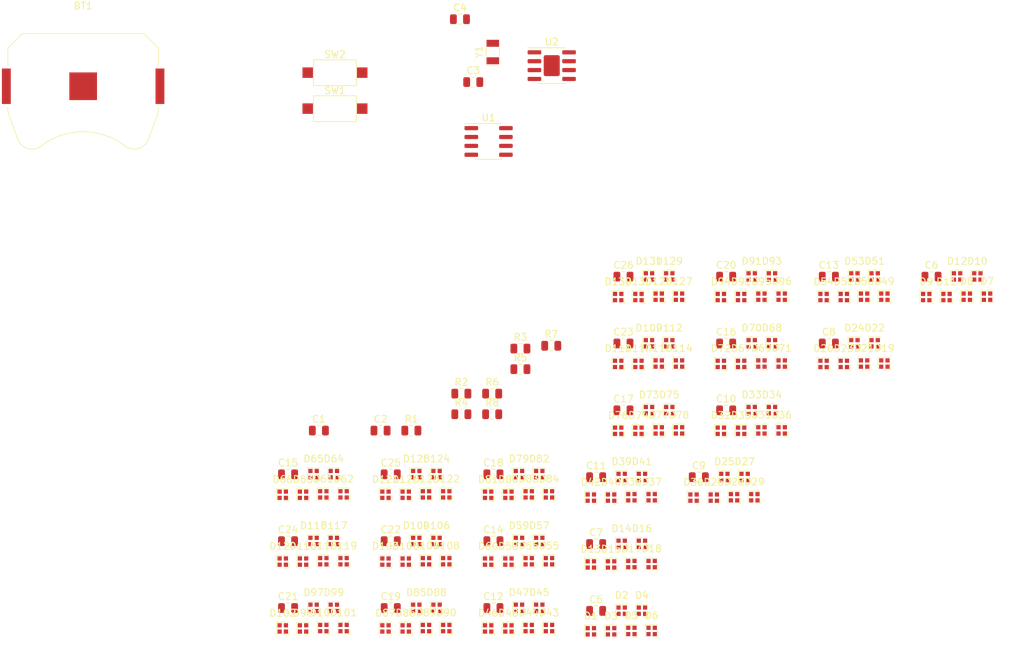
<source format=kicad_pcb>
(kicad_pcb (version 20171130) (host pcbnew "(5.1.2)-1")
  (layers (0 F.Cu signal) (31 B.Cu signal) (34 B.Paste user) (35 F.Paste user) (36 B.SilkS user) (37 F.SilkS user) (38 B.Mask user) (39 F.Mask user) (44 Edge.Cuts user))
  (net 0 "")
  (net 1 "Net-(BT1-Pad1)")
  (net 2 GND)
  (net 3 "Net-(C1-Pad1)")
  (net 4 "Net-(C2-Pad1)")
  (net 5 "Net-(C3-Pad1)")
  (net 6 "Net-(C4-Pad2)")
  (net 7 +5V)
  (net 8 "Net-(D1-Pad1)")
  (net 9 /6x_sk6805_1515_mins_2/DIN)
  (net 10 "Net-(D2-Pad1)")
  (net 11 "Net-(D3-Pad1)")
  (net 12 "Net-(D4-Pad1)")
  (net 13 "Net-(D5-Pad1)")
  (net 14 /6x_sk6805_1515_mins_3/DIN)
  (net 15 "Net-(D7-Pad1)")
  (net 16 "Net-(D8-Pad1)")
  (net 17 "Net-(D10-Pad3)")
  (net 18 "Net-(D10-Pad1)")
  (net 19 "Net-(D11-Pad1)")
  (net 20 /6x_sk6805_1515_mins_4/DIN)
  (net 21 "Net-(D13-Pad1)")
  (net 22 "Net-(D14-Pad1)")
  (net 23 "Net-(D15-Pad1)")
  (net 24 "Net-(D16-Pad1)")
  (net 25 "Net-(D17-Pad1)")
  (net 26 /6x_sk6805_1515_mins_5/DIN)
  (net 27 "Net-(D19-Pad1)")
  (net 28 "Net-(D20-Pad1)")
  (net 29 "Net-(D21-Pad1)")
  (net 30 "Net-(D22-Pad1)")
  (net 31 "Net-(D23-Pad1)")
  (net 32 /6x_sk6805_1515_mins_6/DIN)
  (net 33 "Net-(D25-Pad1)")
  (net 34 /6x_sk6805_1515_mins_1/DIN)
  (net 35 "Net-(D26-Pad1)")
  (net 36 "Net-(D27-Pad1)")
  (net 37 "Net-(D28-Pad1)")
  (net 38 "Net-(D29-Pad1)")
  (net 39 "Net-(D31-Pad1)")
  (net 40 "Net-(D32-Pad1)")
  (net 41 "Net-(D33-Pad1)")
  (net 42 "Net-(D34-Pad1)")
  (net 43 "Net-(D35-Pad1)")
  (net 44 /6x_sk6805_1515_mins_7/DIN)
  (net 45 "Net-(D37-Pad1)")
  (net 46 "Net-(D38-Pad1)")
  (net 47 "Net-(D39-Pad1)")
  (net 48 "Net-(D40-Pad1)")
  (net 49 "Net-(D41-Pad1)")
  (net 50 /6x_sk6805_1515_mins_8/DIN)
  (net 51 "Net-(D43-Pad1)")
  (net 52 "Net-(D44-Pad1)")
  (net 53 "Net-(D45-Pad1)")
  (net 54 "Net-(D46-Pad1)")
  (net 55 "Net-(D47-Pad1)")
  (net 56 /6x_sk6805_1515_mins_9/DIN)
  (net 57 "Net-(D49-Pad1)")
  (net 58 "Net-(D50-Pad1)")
  (net 59 "Net-(D51-Pad1)")
  (net 60 "Net-(D52-Pad1)")
  (net 61 "Net-(D53-Pad1)")
  (net 62 /6x_sk6805_1515_mins_10/DIN)
  (net 63 "Net-(D55-Pad1)")
  (net 64 "Net-(D56-Pad1)")
  (net 65 "Net-(D57-Pad1)")
  (net 66 "Net-(D58-Pad1)")
  (net 67 "Net-(D59-Pad1)")
  (net 68 /6x_sk6805_1515_secs_1/DIN)
  (net 69 "Net-(D61-Pad1)")
  (net 70 /6x_sk6805_1515_secs_2/DIN)
  (net 71 "Net-(D62-Pad1)")
  (net 72 "Net-(D63-Pad1)")
  (net 73 "Net-(D64-Pad1)")
  (net 74 "Net-(D65-Pad1)")
  (net 75 /6x_sk6805_1515_secs_3/DIN)
  (net 76 "Net-(D67-Pad1)")
  (net 77 "Net-(D68-Pad1)")
  (net 78 "Net-(D69-Pad1)")
  (net 79 "Net-(D70-Pad1)")
  (net 80 "Net-(D71-Pad1)")
  (net 81 /6x_sk6805_1515_secs_4/DIN)
  (net 82 "Net-(D73-Pad1)")
  (net 83 "Net-(D74-Pad1)")
  (net 84 "Net-(D75-Pad1)")
  (net 85 "Net-(D76-Pad1)")
  (net 86 "Net-(D77-Pad1)")
  (net 87 /6x_sk6805_1515_secs_5/DIN)
  (net 88 "Net-(D79-Pad1)")
  (net 89 "Net-(D80-Pad1)")
  (net 90 "Net-(D81-Pad1)")
  (net 91 "Net-(D82-Pad1)")
  (net 92 "Net-(D83-Pad1)")
  (net 93 /6x_sk6805_1515_secs_6/DIN)
  (net 94 "Net-(D85-Pad1)")
  (net 95 "Net-(D86-Pad1)")
  (net 96 "Net-(D87-Pad1)")
  (net 97 "Net-(D88-Pad1)")
  (net 98 "Net-(D89-Pad1)")
  (net 99 "Net-(D91-Pad1)")
  (net 100 "Net-(D92-Pad1)")
  (net 101 "Net-(D93-Pad1)")
  (net 102 "Net-(D94-Pad1)")
  (net 103 "Net-(D95-Pad1)")
  (net 104 /6x_sk6805_1515_secs_7/DIN)
  (net 105 "Net-(D97-Pad1)")
  (net 106 "Net-(D98-Pad1)")
  (net 107 "Net-(D100-Pad3)")
  (net 108 "Net-(D100-Pad1)")
  (net 109 "Net-(D101-Pad1)")
  (net 110 /6x_sk6805_1515_secs_8/DIN)
  (net 111 "Net-(D103-Pad1)")
  (net 112 "Net-(D104-Pad1)")
  (net 113 "Net-(D105-Pad1)")
  (net 114 "Net-(D106-Pad1)")
  (net 115 "Net-(D107-Pad1)")
  (net 116 /6x_sk6805_1515_secs_9/DIN)
  (net 117 "Net-(D109-Pad1)")
  (net 118 "Net-(D110-Pad1)")
  (net 119 "Net-(D111-Pad1)")
  (net 120 "Net-(D112-Pad1)")
  (net 121 "Net-(D113-Pad1)")
  (net 122 /6x_sk6805_1515_secs_10/DIN)
  (net 123 "Net-(D115-Pad1)")
  (net 124 "Net-(D116-Pad1)")
  (net 125 "Net-(D117-Pad1)")
  (net 126 "Net-(D118-Pad1)")
  (net 127 "Net-(D119-Pad1)")
  (net 128 /sheet5E4278E1/DIN)
  (net 129 "Net-(D121-Pad1)")
  (net 130 "Net-(D122-Pad1)")
  (net 131 "Net-(D123-Pad1)")
  (net 132 "Net-(D124-Pad1)")
  (net 133 "Net-(D125-Pad1)")
  (net 134 /sheet5E4278E2/DIN)
  (net 135 "Net-(D127-Pad1)")
  (net 136 "Net-(D128-Pad1)")
  (net 137 "Net-(D129-Pad1)")
  (net 138 "Net-(D130-Pad1)")
  (net 139 "Net-(D131-Pad1)")
  (net 140 /sheet5E4278E2/DOUT)
  (net 141 /SCL)
  (net 142 /SDA)
  (net 143 "Net-(R3-Pad2)")
  (net 144 "Net-(R4-Pad1)")
  (net 145 "Net-(R5-Pad1)")
  (net 146 "Net-(R6-Pad2)")
  (net 147 "Net-(U2-Pad7)")
  (module Crystal:Crystal_SMD_G8-2Pin_3.2x1.5mm (layer F.Cu) (at 155.1 47.2 90)
    (fp_text reference Y1 (at 0 -1.95 90) (layer F.SilkS))
    (fp_text value "7pF CL")
    (pad 2 smd rect (at 1.25 0 90) (size 1 1.8) (layers F.Cu F.Paste F.Mask) (net 6 "Net-(C4-Pad2)"))
    (pad 1 smd rect (at -1.25 0 90) (size 1 1.8) (layers F.Cu F.Paste F.Mask) (net 5 "Net-(C3-Pad1)"))
  )
  (module Package_SO:SOIC-8-1EP_3.9x4.9mm_P1.27mm_EP2.29x3mm (layer F.Cu) (at 163.53 49.15)
    (fp_text reference U2 (at 0 -3.4) (layer F.SilkS))
    (fp_text value MCP7940N-xSN)
    (pad 8 smd roundrect (at 2.475 -1.905) (size 1.95 0.6) (layers F.Cu F.Paste F.Mask) (net 7 +5V))
    (pad 7 smd roundrect (at 2.475 -0.635) (size 1.95 0.6) (layers F.Cu F.Paste F.Mask) (net 147 "Net-(U2-Pad7)"))
    (pad 6 smd roundrect (at 2.475 0.635) (size 1.95 0.6) (layers F.Cu F.Paste F.Mask) (net 141 /SCL))
    (pad 5 smd roundrect (at 2.475 1.905) (size 1.95 0.6) (layers F.Cu F.Paste F.Mask) (net 142 /SDA))
    (pad 4 smd roundrect (at -2.475 1.905) (size 1.95 0.6) (layers F.Cu F.Paste F.Mask) (net 2 GND))
    (pad 3 smd roundrect (at -2.475 0.635) (size 1.95 0.6) (layers F.Cu F.Paste F.Mask) (net 1 "Net-(BT1-Pad1)"))
    (pad 2 smd roundrect (at -2.475 -0.635) (size 1.95 0.6) (layers F.Cu F.Paste F.Mask) (net 5 "Net-(C3-Pad1)"))
    (pad 1 smd roundrect (at -2.475 -1.905) (size 1.95 0.6) (layers F.Cu F.Paste F.Mask) (net 6 "Net-(C4-Pad2)"))
    (pad 9 smd roundrect (at 0 0) (size 2.29 3) (layers F.Cu F.Mask) (roundrect_rratio 0.10917))
  )
  (module Package_SO:SOIC-8_3.9x4.9mm_P1.27mm (layer F.Cu) (at 154.5 60)
    (fp_text reference U1 (at 0 -3.4) (layer F.SilkS))
    (fp_text value ATtiny13A-SSU)
    (pad 8 smd roundrect (at 2.475 -1.905) (size 1.95 0.6) (layers F.Cu F.Paste F.Mask) (net 7 +5V))
    (pad 7 smd roundrect (at 2.475 -0.635) (size 1.95 0.6) (layers F.Cu F.Paste F.Mask) (net 3 "Net-(C1-Pad1)"))
    (pad 6 smd roundrect (at 2.475 0.635) (size 1.95 0.6) (layers F.Cu F.Paste F.Mask) (net 142 /SDA))
    (pad 5 smd roundrect (at 2.475 1.905) (size 1.95 0.6) (layers F.Cu F.Paste F.Mask) (net 141 /SCL))
    (pad 4 smd roundrect (at -2.475 1.905) (size 1.95 0.6) (layers F.Cu F.Paste F.Mask) (net 2 GND))
    (pad 3 smd roundrect (at -2.475 0.635) (size 1.95 0.6) (layers F.Cu F.Paste F.Mask) (net 143 "Net-(R3-Pad2)"))
    (pad 2 smd roundrect (at -2.475 -0.635) (size 1.95 0.6) (layers F.Cu F.Paste F.Mask) (net 4 "Net-(C2-Pad1)"))
    (pad 1 smd roundrect (at -2.475 -1.905) (size 1.95 0.6) (layers F.Cu F.Paste F.Mask) (net 146 "Net-(R6-Pad2)"))
  )
  (module Button_Switch_SMD:SW_SPST_CK_RS282G05A3 (layer F.Cu) (at 132.52 50.151924)
    (fp_text reference SW2 (at 0 -2.6) (layer F.SilkS))
    (fp_text value SW_Push)
    (pad 2 smd rect (at 3.9 0) (size 1.5 1.5) (layers F.Cu F.Paste F.Mask) (net 145 "Net-(R5-Pad1)"))
    (pad 1 smd rect (at -3.9 0) (size 1.5 1.5) (layers F.Cu F.Paste F.Mask) (net 2 GND))
  )
  (module Button_Switch_SMD:SW_SPST_CK_RS282G05A3 (layer F.Cu) (at 132.52 55.301924)
    (fp_text reference SW1 (at 0 -2.6) (layer F.SilkS))
    (fp_text value SW_Push)
    (pad 2 smd rect (at 3.9 0) (size 1.5 1.5) (layers F.Cu F.Paste F.Mask) (net 144 "Net-(R4-Pad1)"))
    (pad 1 smd rect (at -3.9 0) (size 1.5 1.5) (layers F.Cu F.Paste F.Mask) (net 2 GND))
  )
  (module Resistor_SMD:R_0805_2012Metric (layer F.Cu) (at 155.01 99.051924)
    (fp_text reference R8 (at 0 -1.65) (layer F.SilkS))
    (fp_text value 10kR)
    (pad 2 smd roundrect (at 0.9375 0) (size 0.975 1.4) (layers F.Cu F.Paste F.Mask) (net 4 "Net-(C2-Pad1)"))
    (pad 1 smd roundrect (at -0.9375 0) (size 0.975 1.4) (layers F.Cu F.Paste F.Mask) (net 7 +5V))
  )
  (module Resistor_SMD:R_0805_2012Metric (layer F.Cu) (at 163.46 89.251924)
    (fp_text reference R7 (at 0 -1.65) (layer F.SilkS))
    (fp_text value 10kR)
    (pad 2 smd roundrect (at 0.9375 0) (size 0.975 1.4) (layers F.Cu F.Paste F.Mask) (net 3 "Net-(C1-Pad1)"))
    (pad 1 smd roundrect (at -0.9375 0) (size 0.975 1.4) (layers F.Cu F.Paste F.Mask) (net 7 +5V))
  )
  (module Resistor_SMD:R_0805_2012Metric (layer F.Cu) (at 155.01 96.101924)
    (fp_text reference R6 (at 0 -1.65) (layer F.SilkS))
    (fp_text value 10kR)
    (pad 2 smd roundrect (at 0.9375 0) (size 0.975 1.4) (layers F.Cu F.Paste F.Mask) (net 146 "Net-(R6-Pad2)"))
    (pad 1 smd roundrect (at -0.9375 0) (size 0.975 1.4) (layers F.Cu F.Paste F.Mask) (net 7 +5V))
  )
  (module Resistor_SMD:R_0805_2012Metric (layer F.Cu) (at 159.05 92.601924)
    (fp_text reference R5 (at 0 -1.65) (layer F.SilkS))
    (fp_text value 10kR)
    (pad 2 smd roundrect (at 0.9375 0) (size 0.975 1.4) (layers F.Cu F.Paste F.Mask) (net 4 "Net-(C2-Pad1)"))
    (pad 1 smd roundrect (at -0.9375 0) (size 0.975 1.4) (layers F.Cu F.Paste F.Mask) (net 145 "Net-(R5-Pad1)"))
  )
  (module Resistor_SMD:R_0805_2012Metric (layer F.Cu) (at 150.6 99.051924)
    (fp_text reference R4 (at 0 -1.65) (layer F.SilkS))
    (fp_text value 10kR)
    (pad 2 smd roundrect (at 0.9375 0) (size 0.975 1.4) (layers F.Cu F.Paste F.Mask) (net 3 "Net-(C1-Pad1)"))
    (pad 1 smd roundrect (at -0.9375 0) (size 0.975 1.4) (layers F.Cu F.Paste F.Mask) (net 144 "Net-(R4-Pad1)"))
  )
  (module Resistor_SMD:R_0805_2012Metric (layer F.Cu) (at 159.05 89.651924)
    (fp_text reference R3 (at 0 -1.65) (layer F.SilkS))
    (fp_text value 600R)
    (pad 2 smd roundrect (at 0.9375 0) (size 0.975 1.4) (layers F.Cu F.Paste F.Mask) (net 143 "Net-(R3-Pad2)"))
    (pad 1 smd roundrect (at -0.9375 0) (size 0.975 1.4) (layers F.Cu F.Paste F.Mask) (net 34 /6x_sk6805_1515_mins_1/DIN))
  )
  (module Resistor_SMD:R_0805_2012Metric (layer F.Cu) (at 150.6 96.101924)
    (fp_text reference R2 (at 0 -1.65) (layer F.SilkS))
    (fp_text value 10kR)
    (pad 2 smd roundrect (at 0.9375 0) (size 0.975 1.4) (layers F.Cu F.Paste F.Mask) (net 7 +5V))
    (pad 1 smd roundrect (at -0.9375 0) (size 0.975 1.4) (layers F.Cu F.Paste F.Mask) (net 142 /SDA))
  )
  (module Resistor_SMD:R_0805_2012Metric (layer F.Cu) (at 143.45 101.391924)
    (fp_text reference R1 (at 0 -1.65) (layer F.SilkS))
    (fp_text value 10kR)
    (pad 2 smd roundrect (at 0.9375 0) (size 0.975 1.4) (layers F.Cu F.Paste F.Mask) (net 7 +5V))
    (pad 1 smd roundrect (at -0.9375 0) (size 0.975 1.4) (layers F.Cu F.Paste F.Mask) (net 141 /SCL))
  )
  (module LED_SMD:LED_SK6805_PLCC4_1.5x1.5mm_P0.65mm (layer F.Cu) (at 173.035 82.276924)
    (fp_text reference D132 (at 0 -2.2) (layer F.SilkS))
    (fp_text value SK6805_1515)
    (pad 1 smd rect (at 0.45 0.45 180) (size 0.6 0.6) (layers F.Cu F.Paste F.Mask) (net 140 /sheet5E4278E2/DOUT))
    (pad 2 smd rect (at 0.45 -0.45 180) (size 0.6 0.6) (layers F.Cu F.Paste F.Mask) (net 2 GND))
    (pad 4 smd rect (at -0.45 0.45 180) (size 0.6 0.6) (layers F.Cu F.Paste F.Mask) (net 7 +5V))
    (pad 3 smd rect (at -0.45 -0.45 180) (size 0.6 0.6) (layers F.Cu F.Paste F.Mask) (net 139 "Net-(D131-Pad1)"))
  )
  (module LED_SMD:LED_SK6805_PLCC4_1.5x1.5mm_P0.65mm (layer F.Cu) (at 177.445 79.326924)
    (fp_text reference D131 (at 0 -2.2) (layer F.SilkS))
    (fp_text value SK6805_1515)
    (pad 1 smd rect (at 0.45 0.45 180) (size 0.6 0.6) (layers F.Cu F.Paste F.Mask) (net 139 "Net-(D131-Pad1)"))
    (pad 2 smd rect (at 0.45 -0.45 180) (size 0.6 0.6) (layers F.Cu F.Paste F.Mask) (net 2 GND))
    (pad 4 smd rect (at -0.45 0.45 180) (size 0.6 0.6) (layers F.Cu F.Paste F.Mask) (net 7 +5V))
    (pad 3 smd rect (at -0.45 -0.45 180) (size 0.6 0.6) (layers F.Cu F.Paste F.Mask) (net 138 "Net-(D130-Pad1)"))
  )
  (module LED_SMD:LED_SK6805_PLCC4_1.5x1.5mm_P0.65mm (layer F.Cu) (at 175.935 82.276924)
    (fp_text reference D130 (at 0 -2.2) (layer F.SilkS))
    (fp_text value SK6805_1515)
    (pad 1 smd rect (at 0.45 0.45 180) (size 0.6 0.6) (layers F.Cu F.Paste F.Mask) (net 138 "Net-(D130-Pad1)"))
    (pad 2 smd rect (at 0.45 -0.45 180) (size 0.6 0.6) (layers F.Cu F.Paste F.Mask) (net 2 GND))
    (pad 4 smd rect (at -0.45 0.45 180) (size 0.6 0.6) (layers F.Cu F.Paste F.Mask) (net 7 +5V))
    (pad 3 smd rect (at -0.45 -0.45 180) (size 0.6 0.6) (layers F.Cu F.Paste F.Mask) (net 137 "Net-(D129-Pad1)"))
  )
  (module LED_SMD:LED_SK6805_PLCC4_1.5x1.5mm_P0.65mm (layer F.Cu) (at 180.345 79.326924)
    (fp_text reference D129 (at 0 -2.2) (layer F.SilkS))
    (fp_text value SK6805_1515)
    (pad 1 smd rect (at 0.45 0.45 180) (size 0.6 0.6) (layers F.Cu F.Paste F.Mask) (net 137 "Net-(D129-Pad1)"))
    (pad 2 smd rect (at 0.45 -0.45 180) (size 0.6 0.6) (layers F.Cu F.Paste F.Mask) (net 2 GND))
    (pad 4 smd rect (at -0.45 0.45 180) (size 0.6 0.6) (layers F.Cu F.Paste F.Mask) (net 7 +5V))
    (pad 3 smd rect (at -0.45 -0.45 180) (size 0.6 0.6) (layers F.Cu F.Paste F.Mask) (net 136 "Net-(D128-Pad1)"))
  )
  (module LED_SMD:LED_SK6805_PLCC4_1.5x1.5mm_P0.65mm (layer F.Cu) (at 178.835 82.226924)
    (fp_text reference D128 (at 0 -2.2) (layer F.SilkS))
    (fp_text value SK6805_1515)
    (pad 1 smd rect (at 0.45 0.45 180) (size 0.6 0.6) (layers F.Cu F.Paste F.Mask) (net 136 "Net-(D128-Pad1)"))
    (pad 2 smd rect (at 0.45 -0.45 180) (size 0.6 0.6) (layers F.Cu F.Paste F.Mask) (net 2 GND))
    (pad 4 smd rect (at -0.45 0.45 180) (size 0.6 0.6) (layers F.Cu F.Paste F.Mask) (net 7 +5V))
    (pad 3 smd rect (at -0.45 -0.45 180) (size 0.6 0.6) (layers F.Cu F.Paste F.Mask) (net 135 "Net-(D127-Pad1)"))
  )
  (module LED_SMD:LED_SK6805_PLCC4_1.5x1.5mm_P0.65mm (layer F.Cu) (at 181.735 82.226924)
    (fp_text reference D127 (at 0 -2.2) (layer F.SilkS))
    (fp_text value SK6805_1515)
    (pad 1 smd rect (at 0.45 0.45 180) (size 0.6 0.6) (layers F.Cu F.Paste F.Mask) (net 135 "Net-(D127-Pad1)"))
    (pad 2 smd rect (at 0.45 -0.45 180) (size 0.6 0.6) (layers F.Cu F.Paste F.Mask) (net 2 GND))
    (pad 4 smd rect (at -0.45 0.45 180) (size 0.6 0.6) (layers F.Cu F.Paste F.Mask) (net 7 +5V))
    (pad 3 smd rect (at -0.45 -0.45 180) (size 0.6 0.6) (layers F.Cu F.Paste F.Mask) (net 134 /sheet5E4278E2/DIN))
  )
  (module LED_SMD:LED_SK6805_PLCC4_1.5x1.5mm_P0.65mm (layer F.Cu) (at 144.155 107.626924)
    (fp_text reference D126 (at 0 -2.2) (layer F.SilkS))
    (fp_text value SK6805_1515)
    (pad 1 smd rect (at 0.45 0.45 180) (size 0.6 0.6) (layers F.Cu F.Paste F.Mask) (net 134 /sheet5E4278E2/DIN))
    (pad 2 smd rect (at 0.45 -0.45 180) (size 0.6 0.6) (layers F.Cu F.Paste F.Mask) (net 2 GND))
    (pad 4 smd rect (at -0.45 0.45 180) (size 0.6 0.6) (layers F.Cu F.Paste F.Mask) (net 7 +5V))
    (pad 3 smd rect (at -0.45 -0.45 180) (size 0.6 0.6) (layers F.Cu F.Paste F.Mask) (net 133 "Net-(D125-Pad1)"))
  )
  (module LED_SMD:LED_SK6805_PLCC4_1.5x1.5mm_P0.65mm (layer F.Cu) (at 142.645 110.576924)
    (fp_text reference D125 (at 0 -2.2) (layer F.SilkS))
    (fp_text value SK6805_1515)
    (pad 1 smd rect (at 0.45 0.45 180) (size 0.6 0.6) (layers F.Cu F.Paste F.Mask) (net 133 "Net-(D125-Pad1)"))
    (pad 2 smd rect (at 0.45 -0.45 180) (size 0.6 0.6) (layers F.Cu F.Paste F.Mask) (net 2 GND))
    (pad 4 smd rect (at -0.45 0.45 180) (size 0.6 0.6) (layers F.Cu F.Paste F.Mask) (net 7 +5V))
    (pad 3 smd rect (at -0.45 -0.45 180) (size 0.6 0.6) (layers F.Cu F.Paste F.Mask) (net 132 "Net-(D124-Pad1)"))
  )
  (module LED_SMD:LED_SK6805_PLCC4_1.5x1.5mm_P0.65mm (layer F.Cu) (at 147.055 107.626924)
    (fp_text reference D124 (at 0 -2.2) (layer F.SilkS))
    (fp_text value SK6805_1515)
    (pad 1 smd rect (at 0.45 0.45 180) (size 0.6 0.6) (layers F.Cu F.Paste F.Mask) (net 132 "Net-(D124-Pad1)"))
    (pad 2 smd rect (at 0.45 -0.45 180) (size 0.6 0.6) (layers F.Cu F.Paste F.Mask) (net 2 GND))
    (pad 4 smd rect (at -0.45 0.45 180) (size 0.6 0.6) (layers F.Cu F.Paste F.Mask) (net 7 +5V))
    (pad 3 smd rect (at -0.45 -0.45 180) (size 0.6 0.6) (layers F.Cu F.Paste F.Mask) (net 131 "Net-(D123-Pad1)"))
  )
  (module LED_SMD:LED_SK6805_PLCC4_1.5x1.5mm_P0.65mm (layer F.Cu) (at 145.545 110.526924)
    (fp_text reference D123 (at 0 -2.2) (layer F.SilkS))
    (fp_text value SK6805_1515)
    (pad 1 smd rect (at 0.45 0.45 180) (size 0.6 0.6) (layers F.Cu F.Paste F.Mask) (net 131 "Net-(D123-Pad1)"))
    (pad 2 smd rect (at 0.45 -0.45 180) (size 0.6 0.6) (layers F.Cu F.Paste F.Mask) (net 2 GND))
    (pad 4 smd rect (at -0.45 0.45 180) (size 0.6 0.6) (layers F.Cu F.Paste F.Mask) (net 7 +5V))
    (pad 3 smd rect (at -0.45 -0.45 180) (size 0.6 0.6) (layers F.Cu F.Paste F.Mask) (net 130 "Net-(D122-Pad1)"))
  )
  (module LED_SMD:LED_SK6805_PLCC4_1.5x1.5mm_P0.65mm (layer F.Cu) (at 148.445 110.526924)
    (fp_text reference D122 (at 0 -2.2) (layer F.SilkS))
    (fp_text value SK6805_1515)
    (pad 1 smd rect (at 0.45 0.45 180) (size 0.6 0.6) (layers F.Cu F.Paste F.Mask) (net 130 "Net-(D122-Pad1)"))
    (pad 2 smd rect (at 0.45 -0.45 180) (size 0.6 0.6) (layers F.Cu F.Paste F.Mask) (net 2 GND))
    (pad 4 smd rect (at -0.45 0.45 180) (size 0.6 0.6) (layers F.Cu F.Paste F.Mask) (net 7 +5V))
    (pad 3 smd rect (at -0.45 -0.45 180) (size 0.6 0.6) (layers F.Cu F.Paste F.Mask) (net 129 "Net-(D121-Pad1)"))
  )
  (module LED_SMD:LED_SK6805_PLCC4_1.5x1.5mm_P0.65mm (layer F.Cu) (at 139.745 110.576924)
    (fp_text reference D121 (at 0 -2.2) (layer F.SilkS))
    (fp_text value SK6805_1515)
    (pad 1 smd rect (at 0.45 0.45 180) (size 0.6 0.6) (layers F.Cu F.Paste F.Mask) (net 129 "Net-(D121-Pad1)"))
    (pad 2 smd rect (at 0.45 -0.45 180) (size 0.6 0.6) (layers F.Cu F.Paste F.Mask) (net 2 GND))
    (pad 4 smd rect (at -0.45 0.45 180) (size 0.6 0.6) (layers F.Cu F.Paste F.Mask) (net 7 +5V))
    (pad 3 smd rect (at -0.45 -0.45 180) (size 0.6 0.6) (layers F.Cu F.Paste F.Mask) (net 128 /sheet5E4278E1/DIN))
  )
  (module LED_SMD:LED_SK6805_PLCC4_1.5x1.5mm_P0.65mm (layer F.Cu) (at 125.055 120.146924)
    (fp_text reference D120 (at 0 -2.2) (layer F.SilkS))
    (fp_text value SK6805_1515)
    (pad 1 smd rect (at 0.45 0.45 180) (size 0.6 0.6) (layers F.Cu F.Paste F.Mask) (net 128 /sheet5E4278E1/DIN))
    (pad 2 smd rect (at 0.45 -0.45 180) (size 0.6 0.6) (layers F.Cu F.Paste F.Mask) (net 2 GND))
    (pad 4 smd rect (at -0.45 0.45 180) (size 0.6 0.6) (layers F.Cu F.Paste F.Mask) (net 7 +5V))
    (pad 3 smd rect (at -0.45 -0.45 180) (size 0.6 0.6) (layers F.Cu F.Paste F.Mask) (net 127 "Net-(D119-Pad1)"))
  )
  (module LED_SMD:LED_SK6805_PLCC4_1.5x1.5mm_P0.65mm (layer F.Cu) (at 133.755 120.096924)
    (fp_text reference D119 (at 0 -2.2) (layer F.SilkS))
    (fp_text value SK6805_1515)
    (pad 1 smd rect (at 0.45 0.45 180) (size 0.6 0.6) (layers F.Cu F.Paste F.Mask) (net 127 "Net-(D119-Pad1)"))
    (pad 2 smd rect (at 0.45 -0.45 180) (size 0.6 0.6) (layers F.Cu F.Paste F.Mask) (net 2 GND))
    (pad 4 smd rect (at -0.45 0.45 180) (size 0.6 0.6) (layers F.Cu F.Paste F.Mask) (net 7 +5V))
    (pad 3 smd rect (at -0.45 -0.45 180) (size 0.6 0.6) (layers F.Cu F.Paste F.Mask) (net 126 "Net-(D118-Pad1)"))
  )
  (module LED_SMD:LED_SK6805_PLCC4_1.5x1.5mm_P0.65mm (layer F.Cu) (at 130.855 120.096924)
    (fp_text reference D118 (at 0 -2.2) (layer F.SilkS))
    (fp_text value SK6805_1515)
    (pad 1 smd rect (at 0.45 0.45 180) (size 0.6 0.6) (layers F.Cu F.Paste F.Mask) (net 126 "Net-(D118-Pad1)"))
    (pad 2 smd rect (at 0.45 -0.45 180) (size 0.6 0.6) (layers F.Cu F.Paste F.Mask) (net 2 GND))
    (pad 4 smd rect (at -0.45 0.45 180) (size 0.6 0.6) (layers F.Cu F.Paste F.Mask) (net 7 +5V))
    (pad 3 smd rect (at -0.45 -0.45 180) (size 0.6 0.6) (layers F.Cu F.Paste F.Mask) (net 125 "Net-(D117-Pad1)"))
  )
  (module LED_SMD:LED_SK6805_PLCC4_1.5x1.5mm_P0.65mm (layer F.Cu) (at 132.365 117.196924)
    (fp_text reference D117 (at 0 -2.2) (layer F.SilkS))
    (fp_text value SK6805_1515)
    (pad 1 smd rect (at 0.45 0.45 180) (size 0.6 0.6) (layers F.Cu F.Paste F.Mask) (net 125 "Net-(D117-Pad1)"))
    (pad 2 smd rect (at 0.45 -0.45 180) (size 0.6 0.6) (layers F.Cu F.Paste F.Mask) (net 2 GND))
    (pad 4 smd rect (at -0.45 0.45 180) (size 0.6 0.6) (layers F.Cu F.Paste F.Mask) (net 7 +5V))
    (pad 3 smd rect (at -0.45 -0.45 180) (size 0.6 0.6) (layers F.Cu F.Paste F.Mask) (net 124 "Net-(D116-Pad1)"))
  )
  (module LED_SMD:LED_SK6805_PLCC4_1.5x1.5mm_P0.65mm (layer F.Cu) (at 127.955 120.146924)
    (fp_text reference D116 (at 0 -2.2) (layer F.SilkS))
    (fp_text value SK6805_1515)
    (pad 1 smd rect (at 0.45 0.45 180) (size 0.6 0.6) (layers F.Cu F.Paste F.Mask) (net 124 "Net-(D116-Pad1)"))
    (pad 2 smd rect (at 0.45 -0.45 180) (size 0.6 0.6) (layers F.Cu F.Paste F.Mask) (net 2 GND))
    (pad 4 smd rect (at -0.45 0.45 180) (size 0.6 0.6) (layers F.Cu F.Paste F.Mask) (net 7 +5V))
    (pad 3 smd rect (at -0.45 -0.45 180) (size 0.6 0.6) (layers F.Cu F.Paste F.Mask) (net 123 "Net-(D115-Pad1)"))
  )
  (module LED_SMD:LED_SK6805_PLCC4_1.5x1.5mm_P0.65mm (layer F.Cu) (at 129.465 117.196924)
    (fp_text reference D115 (at 0 -2.2) (layer F.SilkS))
    (fp_text value SK6805_1515)
    (pad 1 smd rect (at 0.45 0.45 180) (size 0.6 0.6) (layers F.Cu F.Paste F.Mask) (net 123 "Net-(D115-Pad1)"))
    (pad 2 smd rect (at 0.45 -0.45 180) (size 0.6 0.6) (layers F.Cu F.Paste F.Mask) (net 2 GND))
    (pad 4 smd rect (at -0.45 0.45 180) (size 0.6 0.6) (layers F.Cu F.Paste F.Mask) (net 7 +5V))
    (pad 3 smd rect (at -0.45 -0.45 180) (size 0.6 0.6) (layers F.Cu F.Paste F.Mask) (net 122 /6x_sk6805_1515_secs_10/DIN))
  )
  (module LED_SMD:LED_SK6805_PLCC4_1.5x1.5mm_P0.65mm (layer F.Cu) (at 181.735 91.796924)
    (fp_text reference D114 (at 0 -2.2) (layer F.SilkS))
    (fp_text value SK6805_1515)
    (pad 1 smd rect (at 0.45 0.45 180) (size 0.6 0.6) (layers F.Cu F.Paste F.Mask) (net 122 /6x_sk6805_1515_secs_10/DIN))
    (pad 2 smd rect (at 0.45 -0.45 180) (size 0.6 0.6) (layers F.Cu F.Paste F.Mask) (net 2 GND))
    (pad 4 smd rect (at -0.45 0.45 180) (size 0.6 0.6) (layers F.Cu F.Paste F.Mask) (net 7 +5V))
    (pad 3 smd rect (at -0.45 -0.45 180) (size 0.6 0.6) (layers F.Cu F.Paste F.Mask) (net 121 "Net-(D113-Pad1)"))
  )
  (module LED_SMD:LED_SK6805_PLCC4_1.5x1.5mm_P0.65mm (layer F.Cu) (at 178.835 91.796924)
    (fp_text reference D113 (at 0 -2.2) (layer F.SilkS))
    (fp_text value SK6805_1515)
    (pad 1 smd rect (at 0.45 0.45 180) (size 0.6 0.6) (layers F.Cu F.Paste F.Mask) (net 121 "Net-(D113-Pad1)"))
    (pad 2 smd rect (at 0.45 -0.45 180) (size 0.6 0.6) (layers F.Cu F.Paste F.Mask) (net 2 GND))
    (pad 4 smd rect (at -0.45 0.45 180) (size 0.6 0.6) (layers F.Cu F.Paste F.Mask) (net 7 +5V))
    (pad 3 smd rect (at -0.45 -0.45 180) (size 0.6 0.6) (layers F.Cu F.Paste F.Mask) (net 120 "Net-(D112-Pad1)"))
  )
  (module LED_SMD:LED_SK6805_PLCC4_1.5x1.5mm_P0.65mm (layer F.Cu) (at 180.345 88.896924)
    (fp_text reference D112 (at 0 -2.2) (layer F.SilkS))
    (fp_text value SK6805_1515)
    (pad 1 smd rect (at 0.45 0.45 180) (size 0.6 0.6) (layers F.Cu F.Paste F.Mask) (net 120 "Net-(D112-Pad1)"))
    (pad 2 smd rect (at 0.45 -0.45 180) (size 0.6 0.6) (layers F.Cu F.Paste F.Mask) (net 2 GND))
    (pad 4 smd rect (at -0.45 0.45 180) (size 0.6 0.6) (layers F.Cu F.Paste F.Mask) (net 7 +5V))
    (pad 3 smd rect (at -0.45 -0.45 180) (size 0.6 0.6) (layers F.Cu F.Paste F.Mask) (net 119 "Net-(D111-Pad1)"))
  )
  (module LED_SMD:LED_SK6805_PLCC4_1.5x1.5mm_P0.65mm (layer F.Cu) (at 173.035 91.846924)
    (fp_text reference D111 (at 0 -2.2) (layer F.SilkS))
    (fp_text value SK6805_1515)
    (pad 1 smd rect (at 0.45 0.45 180) (size 0.6 0.6) (layers F.Cu F.Paste F.Mask) (net 119 "Net-(D111-Pad1)"))
    (pad 2 smd rect (at 0.45 -0.45 180) (size 0.6 0.6) (layers F.Cu F.Paste F.Mask) (net 2 GND))
    (pad 4 smd rect (at -0.45 0.45 180) (size 0.6 0.6) (layers F.Cu F.Paste F.Mask) (net 7 +5V))
    (pad 3 smd rect (at -0.45 -0.45 180) (size 0.6 0.6) (layers F.Cu F.Paste F.Mask) (net 118 "Net-(D110-Pad1)"))
  )
  (module LED_SMD:LED_SK6805_PLCC4_1.5x1.5mm_P0.65mm (layer F.Cu) (at 175.935 91.846924)
    (fp_text reference D110 (at 0 -2.2) (layer F.SilkS))
    (fp_text value SK6805_1515)
    (pad 1 smd rect (at 0.45 0.45 180) (size 0.6 0.6) (layers F.Cu F.Paste F.Mask) (net 118 "Net-(D110-Pad1)"))
    (pad 2 smd rect (at 0.45 -0.45 180) (size 0.6 0.6) (layers F.Cu F.Paste F.Mask) (net 2 GND))
    (pad 4 smd rect (at -0.45 0.45 180) (size 0.6 0.6) (layers F.Cu F.Paste F.Mask) (net 7 +5V))
    (pad 3 smd rect (at -0.45 -0.45 180) (size 0.6 0.6) (layers F.Cu F.Paste F.Mask) (net 117 "Net-(D109-Pad1)"))
  )
  (module LED_SMD:LED_SK6805_PLCC4_1.5x1.5mm_P0.65mm (layer F.Cu) (at 177.445 88.896924)
    (fp_text reference D109 (at 0 -2.2) (layer F.SilkS))
    (fp_text value SK6805_1515)
    (pad 1 smd rect (at 0.45 0.45 180) (size 0.6 0.6) (layers F.Cu F.Paste F.Mask) (net 117 "Net-(D109-Pad1)"))
    (pad 2 smd rect (at 0.45 -0.45 180) (size 0.6 0.6) (layers F.Cu F.Paste F.Mask) (net 2 GND))
    (pad 4 smd rect (at -0.45 0.45 180) (size 0.6 0.6) (layers F.Cu F.Paste F.Mask) (net 7 +5V))
    (pad 3 smd rect (at -0.45 -0.45 180) (size 0.6 0.6) (layers F.Cu F.Paste F.Mask) (net 116 /6x_sk6805_1515_secs_9/DIN))
  )
  (module LED_SMD:LED_SK6805_PLCC4_1.5x1.5mm_P0.65mm (layer F.Cu) (at 148.445 120.096924)
    (fp_text reference D108 (at 0 -2.2) (layer F.SilkS))
    (fp_text value SK6805_1515)
    (pad 1 smd rect (at 0.45 0.45 180) (size 0.6 0.6) (layers F.Cu F.Paste F.Mask) (net 116 /6x_sk6805_1515_secs_9/DIN))
    (pad 2 smd rect (at 0.45 -0.45 180) (size 0.6 0.6) (layers F.Cu F.Paste F.Mask) (net 2 GND))
    (pad 4 smd rect (at -0.45 0.45 180) (size 0.6 0.6) (layers F.Cu F.Paste F.Mask) (net 7 +5V))
    (pad 3 smd rect (at -0.45 -0.45 180) (size 0.6 0.6) (layers F.Cu F.Paste F.Mask) (net 115 "Net-(D107-Pad1)"))
  )
  (module LED_SMD:LED_SK6805_PLCC4_1.5x1.5mm_P0.65mm (layer F.Cu) (at 145.545 120.096924)
    (fp_text reference D107 (at 0 -2.2) (layer F.SilkS))
    (fp_text value SK6805_1515)
    (pad 1 smd rect (at 0.45 0.45 180) (size 0.6 0.6) (layers F.Cu F.Paste F.Mask) (net 115 "Net-(D107-Pad1)"))
    (pad 2 smd rect (at 0.45 -0.45 180) (size 0.6 0.6) (layers F.Cu F.Paste F.Mask) (net 2 GND))
    (pad 4 smd rect (at -0.45 0.45 180) (size 0.6 0.6) (layers F.Cu F.Paste F.Mask) (net 7 +5V))
    (pad 3 smd rect (at -0.45 -0.45 180) (size 0.6 0.6) (layers F.Cu F.Paste F.Mask) (net 114 "Net-(D106-Pad1)"))
  )
  (module LED_SMD:LED_SK6805_PLCC4_1.5x1.5mm_P0.65mm (layer F.Cu) (at 147.055 117.196924)
    (fp_text reference D106 (at 0 -2.2) (layer F.SilkS))
    (fp_text value SK6805_1515)
    (pad 1 smd rect (at 0.45 0.45 180) (size 0.6 0.6) (layers F.Cu F.Paste F.Mask) (net 114 "Net-(D106-Pad1)"))
    (pad 2 smd rect (at 0.45 -0.45 180) (size 0.6 0.6) (layers F.Cu F.Paste F.Mask) (net 2 GND))
    (pad 4 smd rect (at -0.45 0.45 180) (size 0.6 0.6) (layers F.Cu F.Paste F.Mask) (net 7 +5V))
    (pad 3 smd rect (at -0.45 -0.45 180) (size 0.6 0.6) (layers F.Cu F.Paste F.Mask) (net 113 "Net-(D105-Pad1)"))
  )
  (module LED_SMD:LED_SK6805_PLCC4_1.5x1.5mm_P0.65mm (layer F.Cu) (at 142.645 120.146924)
    (fp_text reference D105 (at 0 -2.2) (layer F.SilkS))
    (fp_text value SK6805_1515)
    (pad 1 smd rect (at 0.45 0.45 180) (size 0.6 0.6) (layers F.Cu F.Paste F.Mask) (net 113 "Net-(D105-Pad1)"))
    (pad 2 smd rect (at 0.45 -0.45 180) (size 0.6 0.6) (layers F.Cu F.Paste F.Mask) (net 2 GND))
    (pad 4 smd rect (at -0.45 0.45 180) (size 0.6 0.6) (layers F.Cu F.Paste F.Mask) (net 7 +5V))
    (pad 3 smd rect (at -0.45 -0.45 180) (size 0.6 0.6) (layers F.Cu F.Paste F.Mask) (net 112 "Net-(D104-Pad1)"))
  )
  (module LED_SMD:LED_SK6805_PLCC4_1.5x1.5mm_P0.65mm (layer F.Cu) (at 144.155 117.196924)
    (fp_text reference D104 (at 0 -2.2) (layer F.SilkS))
    (fp_text value SK6805_1515)
    (pad 1 smd rect (at 0.45 0.45 180) (size 0.6 0.6) (layers F.Cu F.Paste F.Mask) (net 112 "Net-(D104-Pad1)"))
    (pad 2 smd rect (at 0.45 -0.45 180) (size 0.6 0.6) (layers F.Cu F.Paste F.Mask) (net 2 GND))
    (pad 4 smd rect (at -0.45 0.45 180) (size 0.6 0.6) (layers F.Cu F.Paste F.Mask) (net 7 +5V))
    (pad 3 smd rect (at -0.45 -0.45 180) (size 0.6 0.6) (layers F.Cu F.Paste F.Mask) (net 111 "Net-(D103-Pad1)"))
  )
  (module LED_SMD:LED_SK6805_PLCC4_1.5x1.5mm_P0.65mm (layer F.Cu) (at 139.745 120.146924)
    (fp_text reference D103 (at 0 -2.2) (layer F.SilkS))
    (fp_text value SK6805_1515)
    (pad 1 smd rect (at 0.45 0.45 180) (size 0.6 0.6) (layers F.Cu F.Paste F.Mask) (net 111 "Net-(D103-Pad1)"))
    (pad 2 smd rect (at 0.45 -0.45 180) (size 0.6 0.6) (layers F.Cu F.Paste F.Mask) (net 2 GND))
    (pad 4 smd rect (at -0.45 0.45 180) (size 0.6 0.6) (layers F.Cu F.Paste F.Mask) (net 7 +5V))
    (pad 3 smd rect (at -0.45 -0.45 180) (size 0.6 0.6) (layers F.Cu F.Paste F.Mask) (net 110 /6x_sk6805_1515_secs_8/DIN))
  )
  (module LED_SMD:LED_SK6805_PLCC4_1.5x1.5mm_P0.65mm (layer F.Cu) (at 125.055 129.716924)
    (fp_text reference D102 (at 0 -2.2) (layer F.SilkS))
    (fp_text value SK6805_1515)
    (pad 1 smd rect (at 0.45 0.45 180) (size 0.6 0.6) (layers F.Cu F.Paste F.Mask) (net 110 /6x_sk6805_1515_secs_8/DIN))
    (pad 2 smd rect (at 0.45 -0.45 180) (size 0.6 0.6) (layers F.Cu F.Paste F.Mask) (net 2 GND))
    (pad 4 smd rect (at -0.45 0.45 180) (size 0.6 0.6) (layers F.Cu F.Paste F.Mask) (net 7 +5V))
    (pad 3 smd rect (at -0.45 -0.45 180) (size 0.6 0.6) (layers F.Cu F.Paste F.Mask) (net 109 "Net-(D101-Pad1)"))
  )
  (module LED_SMD:LED_SK6805_PLCC4_1.5x1.5mm_P0.65mm (layer F.Cu) (at 133.755 129.666924)
    (fp_text reference D101 (at 0 -2.2) (layer F.SilkS))
    (fp_text value SK6805_1515)
    (pad 1 smd rect (at 0.45 0.45 180) (size 0.6 0.6) (layers F.Cu F.Paste F.Mask) (net 109 "Net-(D101-Pad1)"))
    (pad 2 smd rect (at 0.45 -0.45 180) (size 0.6 0.6) (layers F.Cu F.Paste F.Mask) (net 2 GND))
    (pad 4 smd rect (at -0.45 0.45 180) (size 0.6 0.6) (layers F.Cu F.Paste F.Mask) (net 7 +5V))
    (pad 3 smd rect (at -0.45 -0.45 180) (size 0.6 0.6) (layers F.Cu F.Paste F.Mask) (net 108 "Net-(D100-Pad1)"))
  )
  (module LED_SMD:LED_SK6805_PLCC4_1.5x1.5mm_P0.65mm (layer F.Cu) (at 130.855 129.666924)
    (fp_text reference D100 (at 0 -2.2) (layer F.SilkS))
    (fp_text value SK6805_1515)
    (pad 1 smd rect (at 0.45 0.45 180) (size 0.6 0.6) (layers F.Cu F.Paste F.Mask) (net 108 "Net-(D100-Pad1)"))
    (pad 2 smd rect (at 0.45 -0.45 180) (size 0.6 0.6) (layers F.Cu F.Paste F.Mask) (net 2 GND))
    (pad 4 smd rect (at -0.45 0.45 180) (size 0.6 0.6) (layers F.Cu F.Paste F.Mask) (net 7 +5V))
    (pad 3 smd rect (at -0.45 -0.45 180) (size 0.6 0.6) (layers F.Cu F.Paste F.Mask) (net 107 "Net-(D100-Pad3)"))
  )
  (module LED_SMD:LED_SK6805_PLCC4_1.5x1.5mm_P0.65mm (layer F.Cu) (at 132.365 126.766924)
    (fp_text reference D99 (at 0 -2.2) (layer F.SilkS))
    (fp_text value SK6805_1515)
    (pad 1 smd rect (at 0.45 0.45 180) (size 0.6 0.6) (layers F.Cu F.Paste F.Mask) (net 107 "Net-(D100-Pad3)"))
    (pad 2 smd rect (at 0.45 -0.45 180) (size 0.6 0.6) (layers F.Cu F.Paste F.Mask) (net 2 GND))
    (pad 4 smd rect (at -0.45 0.45 180) (size 0.6 0.6) (layers F.Cu F.Paste F.Mask) (net 7 +5V))
    (pad 3 smd rect (at -0.45 -0.45 180) (size 0.6 0.6) (layers F.Cu F.Paste F.Mask) (net 106 "Net-(D98-Pad1)"))
  )
  (module LED_SMD:LED_SK6805_PLCC4_1.5x1.5mm_P0.65mm (layer F.Cu) (at 127.955 129.716924)
    (fp_text reference D98 (at 0 -2.2) (layer F.SilkS))
    (fp_text value SK6805_1515)
    (pad 1 smd rect (at 0.45 0.45 180) (size 0.6 0.6) (layers F.Cu F.Paste F.Mask) (net 106 "Net-(D98-Pad1)"))
    (pad 2 smd rect (at 0.45 -0.45 180) (size 0.6 0.6) (layers F.Cu F.Paste F.Mask) (net 2 GND))
    (pad 4 smd rect (at -0.45 0.45 180) (size 0.6 0.6) (layers F.Cu F.Paste F.Mask) (net 7 +5V))
    (pad 3 smd rect (at -0.45 -0.45 180) (size 0.6 0.6) (layers F.Cu F.Paste F.Mask) (net 105 "Net-(D97-Pad1)"))
  )
  (module LED_SMD:LED_SK6805_PLCC4_1.5x1.5mm_P0.65mm (layer F.Cu) (at 129.465 126.766924)
    (fp_text reference D97 (at 0 -2.2) (layer F.SilkS))
    (fp_text value SK6805_1515)
    (pad 1 smd rect (at 0.45 0.45 180) (size 0.6 0.6) (layers F.Cu F.Paste F.Mask) (net 105 "Net-(D97-Pad1)"))
    (pad 2 smd rect (at 0.45 -0.45 180) (size 0.6 0.6) (layers F.Cu F.Paste F.Mask) (net 2 GND))
    (pad 4 smd rect (at -0.45 0.45 180) (size 0.6 0.6) (layers F.Cu F.Paste F.Mask) (net 7 +5V))
    (pad 3 smd rect (at -0.45 -0.45 180) (size 0.6 0.6) (layers F.Cu F.Paste F.Mask) (net 104 /6x_sk6805_1515_secs_7/DIN))
  )
  (module LED_SMD:LED_SK6805_PLCC4_1.5x1.5mm_P0.65mm (layer F.Cu) (at 196.425 82.226924)
    (fp_text reference D96 (at 0 -2.2) (layer F.SilkS))
    (fp_text value SK6805_1515)
    (pad 1 smd rect (at 0.45 0.45 180) (size 0.6 0.6) (layers F.Cu F.Paste F.Mask) (net 104 /6x_sk6805_1515_secs_7/DIN))
    (pad 2 smd rect (at 0.45 -0.45 180) (size 0.6 0.6) (layers F.Cu F.Paste F.Mask) (net 2 GND))
    (pad 4 smd rect (at -0.45 0.45 180) (size 0.6 0.6) (layers F.Cu F.Paste F.Mask) (net 7 +5V))
    (pad 3 smd rect (at -0.45 -0.45 180) (size 0.6 0.6) (layers F.Cu F.Paste F.Mask) (net 103 "Net-(D95-Pad1)"))
  )
  (module LED_SMD:LED_SK6805_PLCC4_1.5x1.5mm_P0.65mm (layer F.Cu) (at 193.525 82.226924)
    (fp_text reference D95 (at 0 -2.2) (layer F.SilkS))
    (fp_text value SK6805_1515)
    (pad 1 smd rect (at 0.45 0.45 180) (size 0.6 0.6) (layers F.Cu F.Paste F.Mask) (net 103 "Net-(D95-Pad1)"))
    (pad 2 smd rect (at 0.45 -0.45 180) (size 0.6 0.6) (layers F.Cu F.Paste F.Mask) (net 2 GND))
    (pad 4 smd rect (at -0.45 0.45 180) (size 0.6 0.6) (layers F.Cu F.Paste F.Mask) (net 7 +5V))
    (pad 3 smd rect (at -0.45 -0.45 180) (size 0.6 0.6) (layers F.Cu F.Paste F.Mask) (net 102 "Net-(D94-Pad1)"))
  )
  (module LED_SMD:LED_SK6805_PLCC4_1.5x1.5mm_P0.65mm (layer F.Cu) (at 187.725 82.276924)
    (fp_text reference D94 (at 0 -2.2) (layer F.SilkS))
    (fp_text value SK6805_1515)
    (pad 1 smd rect (at 0.45 0.45 180) (size 0.6 0.6) (layers F.Cu F.Paste F.Mask) (net 102 "Net-(D94-Pad1)"))
    (pad 2 smd rect (at 0.45 -0.45 180) (size 0.6 0.6) (layers F.Cu F.Paste F.Mask) (net 2 GND))
    (pad 4 smd rect (at -0.45 0.45 180) (size 0.6 0.6) (layers F.Cu F.Paste F.Mask) (net 7 +5V))
    (pad 3 smd rect (at -0.45 -0.45 180) (size 0.6 0.6) (layers F.Cu F.Paste F.Mask) (net 101 "Net-(D93-Pad1)"))
  )
  (module LED_SMD:LED_SK6805_PLCC4_1.5x1.5mm_P0.65mm (layer F.Cu) (at 195.035 79.326924)
    (fp_text reference D93 (at 0 -2.2) (layer F.SilkS))
    (fp_text value SK6805_1515)
    (pad 1 smd rect (at 0.45 0.45 180) (size 0.6 0.6) (layers F.Cu F.Paste F.Mask) (net 101 "Net-(D93-Pad1)"))
    (pad 2 smd rect (at 0.45 -0.45 180) (size 0.6 0.6) (layers F.Cu F.Paste F.Mask) (net 2 GND))
    (pad 4 smd rect (at -0.45 0.45 180) (size 0.6 0.6) (layers F.Cu F.Paste F.Mask) (net 7 +5V))
    (pad 3 smd rect (at -0.45 -0.45 180) (size 0.6 0.6) (layers F.Cu F.Paste F.Mask) (net 100 "Net-(D92-Pad1)"))
  )
  (module LED_SMD:LED_SK6805_PLCC4_1.5x1.5mm_P0.65mm (layer F.Cu) (at 190.625 82.276924)
    (fp_text reference D92 (at 0 -2.2) (layer F.SilkS))
    (fp_text value SK6805_1515)
    (pad 1 smd rect (at 0.45 0.45 180) (size 0.6 0.6) (layers F.Cu F.Paste F.Mask) (net 100 "Net-(D92-Pad1)"))
    (pad 2 smd rect (at 0.45 -0.45 180) (size 0.6 0.6) (layers F.Cu F.Paste F.Mask) (net 2 GND))
    (pad 4 smd rect (at -0.45 0.45 180) (size 0.6 0.6) (layers F.Cu F.Paste F.Mask) (net 7 +5V))
    (pad 3 smd rect (at -0.45 -0.45 180) (size 0.6 0.6) (layers F.Cu F.Paste F.Mask) (net 99 "Net-(D91-Pad1)"))
  )
  (module LED_SMD:LED_SK6805_PLCC4_1.5x1.5mm_P0.65mm (layer F.Cu) (at 192.135 79.326924)
    (fp_text reference D91 (at 0 -2.2) (layer F.SilkS))
    (fp_text value SK6805_1515)
    (pad 1 smd rect (at 0.45 0.45 180) (size 0.6 0.6) (layers F.Cu F.Paste F.Mask) (net 99 "Net-(D91-Pad1)"))
    (pad 2 smd rect (at 0.45 -0.45 180) (size 0.6 0.6) (layers F.Cu F.Paste F.Mask) (net 2 GND))
    (pad 4 smd rect (at -0.45 0.45 180) (size 0.6 0.6) (layers F.Cu F.Paste F.Mask) (net 7 +5V))
    (pad 3 smd rect (at -0.45 -0.45 180) (size 0.6 0.6) (layers F.Cu F.Paste F.Mask) (net 93 /6x_sk6805_1515_secs_6/DIN))
  )
  (module LED_SMD:LED_SK6805_PLCC4_1.5x1.5mm_P0.65mm (layer F.Cu) (at 148.445 129.666924)
    (fp_text reference D90 (at 0 -2.2) (layer F.SilkS))
    (fp_text value SK6805_1515)
    (pad 1 smd rect (at 0.45 0.45 180) (size 0.6 0.6) (layers F.Cu F.Paste F.Mask) (net 70 /6x_sk6805_1515_secs_2/DIN))
    (pad 2 smd rect (at 0.45 -0.45 180) (size 0.6 0.6) (layers F.Cu F.Paste F.Mask) (net 2 GND))
    (pad 4 smd rect (at -0.45 0.45 180) (size 0.6 0.6) (layers F.Cu F.Paste F.Mask) (net 7 +5V))
    (pad 3 smd rect (at -0.45 -0.45 180) (size 0.6 0.6) (layers F.Cu F.Paste F.Mask) (net 98 "Net-(D89-Pad1)"))
  )
  (module LED_SMD:LED_SK6805_PLCC4_1.5x1.5mm_P0.65mm (layer F.Cu) (at 145.545 129.666924)
    (fp_text reference D89 (at 0 -2.2) (layer F.SilkS))
    (fp_text value SK6805_1515)
    (pad 1 smd rect (at 0.45 0.45 180) (size 0.6 0.6) (layers F.Cu F.Paste F.Mask) (net 98 "Net-(D89-Pad1)"))
    (pad 2 smd rect (at 0.45 -0.45 180) (size 0.6 0.6) (layers F.Cu F.Paste F.Mask) (net 2 GND))
    (pad 4 smd rect (at -0.45 0.45 180) (size 0.6 0.6) (layers F.Cu F.Paste F.Mask) (net 7 +5V))
    (pad 3 smd rect (at -0.45 -0.45 180) (size 0.6 0.6) (layers F.Cu F.Paste F.Mask) (net 97 "Net-(D88-Pad1)"))
  )
  (module LED_SMD:LED_SK6805_PLCC4_1.5x1.5mm_P0.65mm (layer F.Cu) (at 147.055 126.766924)
    (fp_text reference D88 (at 0 -2.2) (layer F.SilkS))
    (fp_text value SK6805_1515)
    (pad 1 smd rect (at 0.45 0.45 180) (size 0.6 0.6) (layers F.Cu F.Paste F.Mask) (net 97 "Net-(D88-Pad1)"))
    (pad 2 smd rect (at 0.45 -0.45 180) (size 0.6 0.6) (layers F.Cu F.Paste F.Mask) (net 2 GND))
    (pad 4 smd rect (at -0.45 0.45 180) (size 0.6 0.6) (layers F.Cu F.Paste F.Mask) (net 7 +5V))
    (pad 3 smd rect (at -0.45 -0.45 180) (size 0.6 0.6) (layers F.Cu F.Paste F.Mask) (net 96 "Net-(D87-Pad1)"))
  )
  (module LED_SMD:LED_SK6805_PLCC4_1.5x1.5mm_P0.65mm (layer F.Cu) (at 139.745 129.716924)
    (fp_text reference D87 (at 0 -2.2) (layer F.SilkS))
    (fp_text value SK6805_1515)
    (pad 1 smd rect (at 0.45 0.45 180) (size 0.6 0.6) (layers F.Cu F.Paste F.Mask) (net 96 "Net-(D87-Pad1)"))
    (pad 2 smd rect (at 0.45 -0.45 180) (size 0.6 0.6) (layers F.Cu F.Paste F.Mask) (net 2 GND))
    (pad 4 smd rect (at -0.45 0.45 180) (size 0.6 0.6) (layers F.Cu F.Paste F.Mask) (net 7 +5V))
    (pad 3 smd rect (at -0.45 -0.45 180) (size 0.6 0.6) (layers F.Cu F.Paste F.Mask) (net 95 "Net-(D86-Pad1)"))
  )
  (module LED_SMD:LED_SK6805_PLCC4_1.5x1.5mm_P0.65mm (layer F.Cu) (at 142.645 129.716924)
    (fp_text reference D86 (at 0 -2.2) (layer F.SilkS))
    (fp_text value SK6805_1515)
    (pad 1 smd rect (at 0.45 0.45 180) (size 0.6 0.6) (layers F.Cu F.Paste F.Mask) (net 95 "Net-(D86-Pad1)"))
    (pad 2 smd rect (at 0.45 -0.45 180) (size 0.6 0.6) (layers F.Cu F.Paste F.Mask) (net 2 GND))
    (pad 4 smd rect (at -0.45 0.45 180) (size 0.6 0.6) (layers F.Cu F.Paste F.Mask) (net 7 +5V))
    (pad 3 smd rect (at -0.45 -0.45 180) (size 0.6 0.6) (layers F.Cu F.Paste F.Mask) (net 94 "Net-(D85-Pad1)"))
  )
  (module LED_SMD:LED_SK6805_PLCC4_1.5x1.5mm_P0.65mm (layer F.Cu) (at 144.155 126.766924)
    (fp_text reference D85 (at 0 -2.2) (layer F.SilkS))
    (fp_text value SK6805_1515)
    (pad 1 smd rect (at 0.45 0.45 180) (size 0.6 0.6) (layers F.Cu F.Paste F.Mask) (net 94 "Net-(D85-Pad1)"))
    (pad 2 smd rect (at 0.45 -0.45 180) (size 0.6 0.6) (layers F.Cu F.Paste F.Mask) (net 2 GND))
    (pad 4 smd rect (at -0.45 0.45 180) (size 0.6 0.6) (layers F.Cu F.Paste F.Mask) (net 7 +5V))
    (pad 3 smd rect (at -0.45 -0.45 180) (size 0.6 0.6) (layers F.Cu F.Paste F.Mask) (net 68 /6x_sk6805_1515_secs_1/DIN))
  )
  (module LED_SMD:LED_SK6805_PLCC4_1.5x1.5mm_P0.65mm (layer F.Cu) (at 163.135 110.526924)
    (fp_text reference D84 (at 0 -2.2) (layer F.SilkS))
    (fp_text value SK6805_1515)
    (pad 1 smd rect (at 0.45 0.45 180) (size 0.6 0.6) (layers F.Cu F.Paste F.Mask) (net 93 /6x_sk6805_1515_secs_6/DIN))
    (pad 2 smd rect (at 0.45 -0.45 180) (size 0.6 0.6) (layers F.Cu F.Paste F.Mask) (net 2 GND))
    (pad 4 smd rect (at -0.45 0.45 180) (size 0.6 0.6) (layers F.Cu F.Paste F.Mask) (net 7 +5V))
    (pad 3 smd rect (at -0.45 -0.45 180) (size 0.6 0.6) (layers F.Cu F.Paste F.Mask) (net 92 "Net-(D83-Pad1)"))
  )
  (module LED_SMD:LED_SK6805_PLCC4_1.5x1.5mm_P0.65mm (layer F.Cu) (at 160.235 110.526924)
    (fp_text reference D83 (at 0 -2.2) (layer F.SilkS))
    (fp_text value SK6805_1515)
    (pad 1 smd rect (at 0.45 0.45 180) (size 0.6 0.6) (layers F.Cu F.Paste F.Mask) (net 92 "Net-(D83-Pad1)"))
    (pad 2 smd rect (at 0.45 -0.45 180) (size 0.6 0.6) (layers F.Cu F.Paste F.Mask) (net 2 GND))
    (pad 4 smd rect (at -0.45 0.45 180) (size 0.6 0.6) (layers F.Cu F.Paste F.Mask) (net 7 +5V))
    (pad 3 smd rect (at -0.45 -0.45 180) (size 0.6 0.6) (layers F.Cu F.Paste F.Mask) (net 91 "Net-(D82-Pad1)"))
  )
  (module LED_SMD:LED_SK6805_PLCC4_1.5x1.5mm_P0.65mm (layer F.Cu) (at 161.745 107.626924)
    (fp_text reference D82 (at 0 -2.2) (layer F.SilkS))
    (fp_text value SK6805_1515)
    (pad 1 smd rect (at 0.45 0.45 180) (size 0.6 0.6) (layers F.Cu F.Paste F.Mask) (net 91 "Net-(D82-Pad1)"))
    (pad 2 smd rect (at 0.45 -0.45 180) (size 0.6 0.6) (layers F.Cu F.Paste F.Mask) (net 2 GND))
    (pad 4 smd rect (at -0.45 0.45 180) (size 0.6 0.6) (layers F.Cu F.Paste F.Mask) (net 7 +5V))
    (pad 3 smd rect (at -0.45 -0.45 180) (size 0.6 0.6) (layers F.Cu F.Paste F.Mask) (net 90 "Net-(D81-Pad1)"))
  )
  (module LED_SMD:LED_SK6805_PLCC4_1.5x1.5mm_P0.65mm (layer F.Cu) (at 154.435 110.576924)
    (fp_text reference D81 (at 0 -2.2) (layer F.SilkS))
    (fp_text value SK6805_1515)
    (pad 1 smd rect (at 0.45 0.45 180) (size 0.6 0.6) (layers F.Cu F.Paste F.Mask) (net 90 "Net-(D81-Pad1)"))
    (pad 2 smd rect (at 0.45 -0.45 180) (size 0.6 0.6) (layers F.Cu F.Paste F.Mask) (net 2 GND))
    (pad 4 smd rect (at -0.45 0.45 180) (size 0.6 0.6) (layers F.Cu F.Paste F.Mask) (net 7 +5V))
    (pad 3 smd rect (at -0.45 -0.45 180) (size 0.6 0.6) (layers F.Cu F.Paste F.Mask) (net 89 "Net-(D80-Pad1)"))
  )
  (module LED_SMD:LED_SK6805_PLCC4_1.5x1.5mm_P0.65mm (layer F.Cu) (at 157.335 110.576924)
    (fp_text reference D80 (at 0 -2.2) (layer F.SilkS))
    (fp_text value SK6805_1515)
    (pad 1 smd rect (at 0.45 0.45 180) (size 0.6 0.6) (layers F.Cu F.Paste F.Mask) (net 89 "Net-(D80-Pad1)"))
    (pad 2 smd rect (at 0.45 -0.45 180) (size 0.6 0.6) (layers F.Cu F.Paste F.Mask) (net 2 GND))
    (pad 4 smd rect (at -0.45 0.45 180) (size 0.6 0.6) (layers F.Cu F.Paste F.Mask) (net 7 +5V))
    (pad 3 smd rect (at -0.45 -0.45 180) (size 0.6 0.6) (layers F.Cu F.Paste F.Mask) (net 88 "Net-(D79-Pad1)"))
  )
  (module LED_SMD:LED_SK6805_PLCC4_1.5x1.5mm_P0.65mm (layer F.Cu) (at 158.845 107.626924)
    (fp_text reference D79 (at 0 -2.2) (layer F.SilkS))
    (fp_text value SK6805_1515)
    (pad 1 smd rect (at 0.45 0.45 180) (size 0.6 0.6) (layers F.Cu F.Paste F.Mask) (net 88 "Net-(D79-Pad1)"))
    (pad 2 smd rect (at 0.45 -0.45 180) (size 0.6 0.6) (layers F.Cu F.Paste F.Mask) (net 2 GND))
    (pad 4 smd rect (at -0.45 0.45 180) (size 0.6 0.6) (layers F.Cu F.Paste F.Mask) (net 7 +5V))
    (pad 3 smd rect (at -0.45 -0.45 180) (size 0.6 0.6) (layers F.Cu F.Paste F.Mask) (net 87 /6x_sk6805_1515_secs_5/DIN))
  )
  (module LED_SMD:LED_SK6805_PLCC4_1.5x1.5mm_P0.65mm (layer F.Cu) (at 181.735 101.366924)
    (fp_text reference D78 (at 0 -2.2) (layer F.SilkS))
    (fp_text value SK6805_1515)
    (pad 1 smd rect (at 0.45 0.45 180) (size 0.6 0.6) (layers F.Cu F.Paste F.Mask) (net 87 /6x_sk6805_1515_secs_5/DIN))
    (pad 2 smd rect (at 0.45 -0.45 180) (size 0.6 0.6) (layers F.Cu F.Paste F.Mask) (net 2 GND))
    (pad 4 smd rect (at -0.45 0.45 180) (size 0.6 0.6) (layers F.Cu F.Paste F.Mask) (net 7 +5V))
    (pad 3 smd rect (at -0.45 -0.45 180) (size 0.6 0.6) (layers F.Cu F.Paste F.Mask) (net 86 "Net-(D77-Pad1)"))
  )
  (module LED_SMD:LED_SK6805_PLCC4_1.5x1.5mm_P0.65mm (layer F.Cu) (at 178.835 101.366924)
    (fp_text reference D77 (at 0 -2.2) (layer F.SilkS))
    (fp_text value SK6805_1515)
    (pad 1 smd rect (at 0.45 0.45 180) (size 0.6 0.6) (layers F.Cu F.Paste F.Mask) (net 86 "Net-(D77-Pad1)"))
    (pad 2 smd rect (at 0.45 -0.45 180) (size 0.6 0.6) (layers F.Cu F.Paste F.Mask) (net 2 GND))
    (pad 4 smd rect (at -0.45 0.45 180) (size 0.6 0.6) (layers F.Cu F.Paste F.Mask) (net 7 +5V))
    (pad 3 smd rect (at -0.45 -0.45 180) (size 0.6 0.6) (layers F.Cu F.Paste F.Mask) (net 85 "Net-(D76-Pad1)"))
  )
  (module LED_SMD:LED_SK6805_PLCC4_1.5x1.5mm_P0.65mm (layer F.Cu) (at 173.035 101.416924)
    (fp_text reference D76 (at 0 -2.2) (layer F.SilkS))
    (fp_text value SK6805_1515)
    (pad 1 smd rect (at 0.45 0.45 180) (size 0.6 0.6) (layers F.Cu F.Paste F.Mask) (net 85 "Net-(D76-Pad1)"))
    (pad 2 smd rect (at 0.45 -0.45 180) (size 0.6 0.6) (layers F.Cu F.Paste F.Mask) (net 2 GND))
    (pad 4 smd rect (at -0.45 0.45 180) (size 0.6 0.6) (layers F.Cu F.Paste F.Mask) (net 7 +5V))
    (pad 3 smd rect (at -0.45 -0.45 180) (size 0.6 0.6) (layers F.Cu F.Paste F.Mask) (net 84 "Net-(D75-Pad1)"))
  )
  (module LED_SMD:LED_SK6805_PLCC4_1.5x1.5mm_P0.65mm (layer F.Cu) (at 180.345 98.466924)
    (fp_text reference D75 (at 0 -2.2) (layer F.SilkS))
    (fp_text value SK6805_1515)
    (pad 1 smd rect (at 0.45 0.45 180) (size 0.6 0.6) (layers F.Cu F.Paste F.Mask) (net 84 "Net-(D75-Pad1)"))
    (pad 2 smd rect (at 0.45 -0.45 180) (size 0.6 0.6) (layers F.Cu F.Paste F.Mask) (net 2 GND))
    (pad 4 smd rect (at -0.45 0.45 180) (size 0.6 0.6) (layers F.Cu F.Paste F.Mask) (net 7 +5V))
    (pad 3 smd rect (at -0.45 -0.45 180) (size 0.6 0.6) (layers F.Cu F.Paste F.Mask) (net 83 "Net-(D74-Pad1)"))
  )
  (module LED_SMD:LED_SK6805_PLCC4_1.5x1.5mm_P0.65mm (layer F.Cu) (at 175.935 101.416924)
    (fp_text reference D74 (at 0 -2.2) (layer F.SilkS))
    (fp_text value SK6805_1515)
    (pad 1 smd rect (at 0.45 0.45 180) (size 0.6 0.6) (layers F.Cu F.Paste F.Mask) (net 83 "Net-(D74-Pad1)"))
    (pad 2 smd rect (at 0.45 -0.45 180) (size 0.6 0.6) (layers F.Cu F.Paste F.Mask) (net 2 GND))
    (pad 4 smd rect (at -0.45 0.45 180) (size 0.6 0.6) (layers F.Cu F.Paste F.Mask) (net 7 +5V))
    (pad 3 smd rect (at -0.45 -0.45 180) (size 0.6 0.6) (layers F.Cu F.Paste F.Mask) (net 82 "Net-(D73-Pad1)"))
  )
  (module LED_SMD:LED_SK6805_PLCC4_1.5x1.5mm_P0.65mm (layer F.Cu) (at 177.445 98.466924)
    (fp_text reference D73 (at 0 -2.2) (layer F.SilkS))
    (fp_text value SK6805_1515)
    (pad 1 smd rect (at 0.45 0.45 180) (size 0.6 0.6) (layers F.Cu F.Paste F.Mask) (net 82 "Net-(D73-Pad1)"))
    (pad 2 smd rect (at 0.45 -0.45 180) (size 0.6 0.6) (layers F.Cu F.Paste F.Mask) (net 2 GND))
    (pad 4 smd rect (at -0.45 0.45 180) (size 0.6 0.6) (layers F.Cu F.Paste F.Mask) (net 7 +5V))
    (pad 3 smd rect (at -0.45 -0.45 180) (size 0.6 0.6) (layers F.Cu F.Paste F.Mask) (net 81 /6x_sk6805_1515_secs_4/DIN))
  )
  (module LED_SMD:LED_SK6805_PLCC4_1.5x1.5mm_P0.65mm (layer F.Cu) (at 187.725 91.846924)
    (fp_text reference D72 (at 0 -2.2) (layer F.SilkS))
    (fp_text value SK6805_1515)
    (pad 1 smd rect (at 0.45 0.45 180) (size 0.6 0.6) (layers F.Cu F.Paste F.Mask) (net 81 /6x_sk6805_1515_secs_4/DIN))
    (pad 2 smd rect (at 0.45 -0.45 180) (size 0.6 0.6) (layers F.Cu F.Paste F.Mask) (net 2 GND))
    (pad 4 smd rect (at -0.45 0.45 180) (size 0.6 0.6) (layers F.Cu F.Paste F.Mask) (net 7 +5V))
    (pad 3 smd rect (at -0.45 -0.45 180) (size 0.6 0.6) (layers F.Cu F.Paste F.Mask) (net 80 "Net-(D71-Pad1)"))
  )
  (module LED_SMD:LED_SK6805_PLCC4_1.5x1.5mm_P0.65mm (layer F.Cu) (at 196.425 91.796924)
    (fp_text reference D71 (at 0 -2.2) (layer F.SilkS))
    (fp_text value SK6805_1515)
    (pad 1 smd rect (at 0.45 0.45 180) (size 0.6 0.6) (layers F.Cu F.Paste F.Mask) (net 80 "Net-(D71-Pad1)"))
    (pad 2 smd rect (at 0.45 -0.45 180) (size 0.6 0.6) (layers F.Cu F.Paste F.Mask) (net 2 GND))
    (pad 4 smd rect (at -0.45 0.45 180) (size 0.6 0.6) (layers F.Cu F.Paste F.Mask) (net 7 +5V))
    (pad 3 smd rect (at -0.45 -0.45 180) (size 0.6 0.6) (layers F.Cu F.Paste F.Mask) (net 79 "Net-(D70-Pad1)"))
  )
  (module LED_SMD:LED_SK6805_PLCC4_1.5x1.5mm_P0.65mm (layer F.Cu) (at 192.135 88.896924)
    (fp_text reference D70 (at 0 -2.2) (layer F.SilkS))
    (fp_text value SK6805_1515)
    (pad 1 smd rect (at 0.45 0.45 180) (size 0.6 0.6) (layers F.Cu F.Paste F.Mask) (net 79 "Net-(D70-Pad1)"))
    (pad 2 smd rect (at 0.45 -0.45 180) (size 0.6 0.6) (layers F.Cu F.Paste F.Mask) (net 2 GND))
    (pad 4 smd rect (at -0.45 0.45 180) (size 0.6 0.6) (layers F.Cu F.Paste F.Mask) (net 7 +5V))
    (pad 3 smd rect (at -0.45 -0.45 180) (size 0.6 0.6) (layers F.Cu F.Paste F.Mask) (net 78 "Net-(D69-Pad1)"))
  )
  (module LED_SMD:LED_SK6805_PLCC4_1.5x1.5mm_P0.65mm (layer F.Cu) (at 193.525 91.796924)
    (fp_text reference D69 (at 0 -2.2) (layer F.SilkS))
    (fp_text value SK6805_1515)
    (pad 1 smd rect (at 0.45 0.45 180) (size 0.6 0.6) (layers F.Cu F.Paste F.Mask) (net 78 "Net-(D69-Pad1)"))
    (pad 2 smd rect (at 0.45 -0.45 180) (size 0.6 0.6) (layers F.Cu F.Paste F.Mask) (net 2 GND))
    (pad 4 smd rect (at -0.45 0.45 180) (size 0.6 0.6) (layers F.Cu F.Paste F.Mask) (net 7 +5V))
    (pad 3 smd rect (at -0.45 -0.45 180) (size 0.6 0.6) (layers F.Cu F.Paste F.Mask) (net 77 "Net-(D68-Pad1)"))
  )
  (module LED_SMD:LED_SK6805_PLCC4_1.5x1.5mm_P0.65mm (layer F.Cu) (at 195.035 88.896924)
    (fp_text reference D68 (at 0 -2.2) (layer F.SilkS))
    (fp_text value SK6805_1515)
    (pad 1 smd rect (at 0.45 0.45 180) (size 0.6 0.6) (layers F.Cu F.Paste F.Mask) (net 77 "Net-(D68-Pad1)"))
    (pad 2 smd rect (at 0.45 -0.45 180) (size 0.6 0.6) (layers F.Cu F.Paste F.Mask) (net 2 GND))
    (pad 4 smd rect (at -0.45 0.45 180) (size 0.6 0.6) (layers F.Cu F.Paste F.Mask) (net 7 +5V))
    (pad 3 smd rect (at -0.45 -0.45 180) (size 0.6 0.6) (layers F.Cu F.Paste F.Mask) (net 76 "Net-(D67-Pad1)"))
  )
  (module LED_SMD:LED_SK6805_PLCC4_1.5x1.5mm_P0.65mm (layer F.Cu) (at 190.625 91.846924)
    (fp_text reference D67 (at 0 -2.2) (layer F.SilkS))
    (fp_text value SK6805_1515)
    (pad 1 smd rect (at 0.45 0.45 180) (size 0.6 0.6) (layers F.Cu F.Paste F.Mask) (net 76 "Net-(D67-Pad1)"))
    (pad 2 smd rect (at 0.45 -0.45 180) (size 0.6 0.6) (layers F.Cu F.Paste F.Mask) (net 2 GND))
    (pad 4 smd rect (at -0.45 0.45 180) (size 0.6 0.6) (layers F.Cu F.Paste F.Mask) (net 7 +5V))
    (pad 3 smd rect (at -0.45 -0.45 180) (size 0.6 0.6) (layers F.Cu F.Paste F.Mask) (net 75 /6x_sk6805_1515_secs_3/DIN))
  )
  (module LED_SMD:LED_SK6805_PLCC4_1.5x1.5mm_P0.65mm (layer F.Cu) (at 125.055 110.576924)
    (fp_text reference D66 (at 0 -2.2) (layer F.SilkS))
    (fp_text value SK6805_1515)
    (pad 1 smd rect (at 0.45 0.45 180) (size 0.6 0.6) (layers F.Cu F.Paste F.Mask) (net 75 /6x_sk6805_1515_secs_3/DIN))
    (pad 2 smd rect (at 0.45 -0.45 180) (size 0.6 0.6) (layers F.Cu F.Paste F.Mask) (net 2 GND))
    (pad 4 smd rect (at -0.45 0.45 180) (size 0.6 0.6) (layers F.Cu F.Paste F.Mask) (net 7 +5V))
    (pad 3 smd rect (at -0.45 -0.45 180) (size 0.6 0.6) (layers F.Cu F.Paste F.Mask) (net 74 "Net-(D65-Pad1)"))
  )
  (module LED_SMD:LED_SK6805_PLCC4_1.5x1.5mm_P0.65mm (layer F.Cu) (at 129.465 107.626924)
    (fp_text reference D65 (at 0 -2.2) (layer F.SilkS))
    (fp_text value SK6805_1515)
    (pad 1 smd rect (at 0.45 0.45 180) (size 0.6 0.6) (layers F.Cu F.Paste F.Mask) (net 74 "Net-(D65-Pad1)"))
    (pad 2 smd rect (at 0.45 -0.45 180) (size 0.6 0.6) (layers F.Cu F.Paste F.Mask) (net 2 GND))
    (pad 4 smd rect (at -0.45 0.45 180) (size 0.6 0.6) (layers F.Cu F.Paste F.Mask) (net 7 +5V))
    (pad 3 smd rect (at -0.45 -0.45 180) (size 0.6 0.6) (layers F.Cu F.Paste F.Mask) (net 73 "Net-(D64-Pad1)"))
  )
  (module LED_SMD:LED_SK6805_PLCC4_1.5x1.5mm_P0.65mm (layer F.Cu) (at 132.365 107.626924)
    (fp_text reference D64 (at 0 -2.2) (layer F.SilkS))
    (fp_text value SK6805_1515)
    (pad 1 smd rect (at 0.45 0.45 180) (size 0.6 0.6) (layers F.Cu F.Paste F.Mask) (net 73 "Net-(D64-Pad1)"))
    (pad 2 smd rect (at 0.45 -0.45 180) (size 0.6 0.6) (layers F.Cu F.Paste F.Mask) (net 2 GND))
    (pad 4 smd rect (at -0.45 0.45 180) (size 0.6 0.6) (layers F.Cu F.Paste F.Mask) (net 7 +5V))
    (pad 3 smd rect (at -0.45 -0.45 180) (size 0.6 0.6) (layers F.Cu F.Paste F.Mask) (net 72 "Net-(D63-Pad1)"))
  )
  (module LED_SMD:LED_SK6805_PLCC4_1.5x1.5mm_P0.65mm (layer F.Cu) (at 127.955 110.576924)
    (fp_text reference D63 (at 0 -2.2) (layer F.SilkS))
    (fp_text value SK6805_1515)
    (pad 1 smd rect (at 0.45 0.45 180) (size 0.6 0.6) (layers F.Cu F.Paste F.Mask) (net 72 "Net-(D63-Pad1)"))
    (pad 2 smd rect (at 0.45 -0.45 180) (size 0.6 0.6) (layers F.Cu F.Paste F.Mask) (net 2 GND))
    (pad 4 smd rect (at -0.45 0.45 180) (size 0.6 0.6) (layers F.Cu F.Paste F.Mask) (net 7 +5V))
    (pad 3 smd rect (at -0.45 -0.45 180) (size 0.6 0.6) (layers F.Cu F.Paste F.Mask) (net 71 "Net-(D62-Pad1)"))
  )
  (module LED_SMD:LED_SK6805_PLCC4_1.5x1.5mm_P0.65mm (layer F.Cu) (at 133.755 110.526924)
    (fp_text reference D62 (at 0 -2.2) (layer F.SilkS))
    (fp_text value SK6805_1515)
    (pad 1 smd rect (at 0.45 0.45 180) (size 0.6 0.6) (layers F.Cu F.Paste F.Mask) (net 71 "Net-(D62-Pad1)"))
    (pad 2 smd rect (at 0.45 -0.45 180) (size 0.6 0.6) (layers F.Cu F.Paste F.Mask) (net 2 GND))
    (pad 4 smd rect (at -0.45 0.45 180) (size 0.6 0.6) (layers F.Cu F.Paste F.Mask) (net 7 +5V))
    (pad 3 smd rect (at -0.45 -0.45 180) (size 0.6 0.6) (layers F.Cu F.Paste F.Mask) (net 69 "Net-(D61-Pad1)"))
  )
  (module LED_SMD:LED_SK6805_PLCC4_1.5x1.5mm_P0.65mm (layer F.Cu) (at 130.855 110.526924)
    (fp_text reference D61 (at 0 -2.2) (layer F.SilkS))
    (fp_text value SK6805_1515)
    (pad 1 smd rect (at 0.45 0.45 180) (size 0.6 0.6) (layers F.Cu F.Paste F.Mask) (net 69 "Net-(D61-Pad1)"))
    (pad 2 smd rect (at 0.45 -0.45 180) (size 0.6 0.6) (layers F.Cu F.Paste F.Mask) (net 2 GND))
    (pad 4 smd rect (at -0.45 0.45 180) (size 0.6 0.6) (layers F.Cu F.Paste F.Mask) (net 7 +5V))
    (pad 3 smd rect (at -0.45 -0.45 180) (size 0.6 0.6) (layers F.Cu F.Paste F.Mask) (net 70 /6x_sk6805_1515_secs_2/DIN))
  )
  (module LED_SMD:LED_SK6805_PLCC4_1.5x1.5mm_P0.65mm (layer F.Cu) (at 154.435 120.146924)
    (fp_text reference D60 (at 0 -2.2) (layer F.SilkS))
    (fp_text value SK6805_1515)
    (pad 1 smd rect (at 0.45 0.45 180) (size 0.6 0.6) (layers F.Cu F.Paste F.Mask) (net 68 /6x_sk6805_1515_secs_1/DIN))
    (pad 2 smd rect (at 0.45 -0.45 180) (size 0.6 0.6) (layers F.Cu F.Paste F.Mask) (net 2 GND))
    (pad 4 smd rect (at -0.45 0.45 180) (size 0.6 0.6) (layers F.Cu F.Paste F.Mask) (net 7 +5V))
    (pad 3 smd rect (at -0.45 -0.45 180) (size 0.6 0.6) (layers F.Cu F.Paste F.Mask) (net 67 "Net-(D59-Pad1)"))
  )
  (module LED_SMD:LED_SK6805_PLCC4_1.5x1.5mm_P0.65mm (layer F.Cu) (at 158.845 117.196924)
    (fp_text reference D59 (at 0 -2.2) (layer F.SilkS))
    (fp_text value SK6805_1515)
    (pad 1 smd rect (at 0.45 0.45 180) (size 0.6 0.6) (layers F.Cu F.Paste F.Mask) (net 67 "Net-(D59-Pad1)"))
    (pad 2 smd rect (at 0.45 -0.45 180) (size 0.6 0.6) (layers F.Cu F.Paste F.Mask) (net 2 GND))
    (pad 4 smd rect (at -0.45 0.45 180) (size 0.6 0.6) (layers F.Cu F.Paste F.Mask) (net 7 +5V))
    (pad 3 smd rect (at -0.45 -0.45 180) (size 0.6 0.6) (layers F.Cu F.Paste F.Mask) (net 66 "Net-(D58-Pad1)"))
  )
  (module LED_SMD:LED_SK6805_PLCC4_1.5x1.5mm_P0.65mm (layer F.Cu) (at 157.335 120.146924)
    (fp_text reference D58 (at 0 -2.2) (layer F.SilkS))
    (fp_text value SK6805_1515)
    (pad 1 smd rect (at 0.45 0.45 180) (size 0.6 0.6) (layers F.Cu F.Paste F.Mask) (net 66 "Net-(D58-Pad1)"))
    (pad 2 smd rect (at 0.45 -0.45 180) (size 0.6 0.6) (layers F.Cu F.Paste F.Mask) (net 2 GND))
    (pad 4 smd rect (at -0.45 0.45 180) (size 0.6 0.6) (layers F.Cu F.Paste F.Mask) (net 7 +5V))
    (pad 3 smd rect (at -0.45 -0.45 180) (size 0.6 0.6) (layers F.Cu F.Paste F.Mask) (net 65 "Net-(D57-Pad1)"))
  )
  (module LED_SMD:LED_SK6805_PLCC4_1.5x1.5mm_P0.65mm (layer F.Cu) (at 161.745 117.196924)
    (fp_text reference D57 (at 0 -2.2) (layer F.SilkS))
    (fp_text value SK6805_1515)
    (pad 1 smd rect (at 0.45 0.45 180) (size 0.6 0.6) (layers F.Cu F.Paste F.Mask) (net 65 "Net-(D57-Pad1)"))
    (pad 2 smd rect (at 0.45 -0.45 180) (size 0.6 0.6) (layers F.Cu F.Paste F.Mask) (net 2 GND))
    (pad 4 smd rect (at -0.45 0.45 180) (size 0.6 0.6) (layers F.Cu F.Paste F.Mask) (net 7 +5V))
    (pad 3 smd rect (at -0.45 -0.45 180) (size 0.6 0.6) (layers F.Cu F.Paste F.Mask) (net 64 "Net-(D56-Pad1)"))
  )
  (module LED_SMD:LED_SK6805_PLCC4_1.5x1.5mm_P0.65mm (layer F.Cu) (at 160.235 120.096924)
    (fp_text reference D56 (at 0 -2.2) (layer F.SilkS))
    (fp_text value SK6805_1515)
    (pad 1 smd rect (at 0.45 0.45 180) (size 0.6 0.6) (layers F.Cu F.Paste F.Mask) (net 64 "Net-(D56-Pad1)"))
    (pad 2 smd rect (at 0.45 -0.45 180) (size 0.6 0.6) (layers F.Cu F.Paste F.Mask) (net 2 GND))
    (pad 4 smd rect (at -0.45 0.45 180) (size 0.6 0.6) (layers F.Cu F.Paste F.Mask) (net 7 +5V))
    (pad 3 smd rect (at -0.45 -0.45 180) (size 0.6 0.6) (layers F.Cu F.Paste F.Mask) (net 63 "Net-(D55-Pad1)"))
  )
  (module LED_SMD:LED_SK6805_PLCC4_1.5x1.5mm_P0.65mm (layer F.Cu) (at 163.135 120.096924)
    (fp_text reference D55 (at 0 -2.2) (layer F.SilkS))
    (fp_text value SK6805_1515)
    (pad 1 smd rect (at 0.45 0.45 180) (size 0.6 0.6) (layers F.Cu F.Paste F.Mask) (net 63 "Net-(D55-Pad1)"))
    (pad 2 smd rect (at 0.45 -0.45 180) (size 0.6 0.6) (layers F.Cu F.Paste F.Mask) (net 2 GND))
    (pad 4 smd rect (at -0.45 0.45 180) (size 0.6 0.6) (layers F.Cu F.Paste F.Mask) (net 7 +5V))
    (pad 3 smd rect (at -0.45 -0.45 180) (size 0.6 0.6) (layers F.Cu F.Paste F.Mask) (net 62 /6x_sk6805_1515_mins_10/DIN))
  )
  (module LED_SMD:LED_SK6805_PLCC4_1.5x1.5mm_P0.65mm (layer F.Cu) (at 202.415 82.276924)
    (fp_text reference D54 (at 0 -2.2) (layer F.SilkS))
    (fp_text value SK6805_1515)
    (pad 1 smd rect (at 0.45 0.45 180) (size 0.6 0.6) (layers F.Cu F.Paste F.Mask) (net 62 /6x_sk6805_1515_mins_10/DIN))
    (pad 2 smd rect (at 0.45 -0.45 180) (size 0.6 0.6) (layers F.Cu F.Paste F.Mask) (net 2 GND))
    (pad 4 smd rect (at -0.45 0.45 180) (size 0.6 0.6) (layers F.Cu F.Paste F.Mask) (net 7 +5V))
    (pad 3 smd rect (at -0.45 -0.45 180) (size 0.6 0.6) (layers F.Cu F.Paste F.Mask) (net 61 "Net-(D53-Pad1)"))
  )
  (module LED_SMD:LED_SK6805_PLCC4_1.5x1.5mm_P0.65mm (layer F.Cu) (at 206.825 79.326924)
    (fp_text reference D53 (at 0 -2.2) (layer F.SilkS))
    (fp_text value SK6805_1515)
    (pad 1 smd rect (at 0.45 0.45 180) (size 0.6 0.6) (layers F.Cu F.Paste F.Mask) (net 61 "Net-(D53-Pad1)"))
    (pad 2 smd rect (at 0.45 -0.45 180) (size 0.6 0.6) (layers F.Cu F.Paste F.Mask) (net 2 GND))
    (pad 4 smd rect (at -0.45 0.45 180) (size 0.6 0.6) (layers F.Cu F.Paste F.Mask) (net 7 +5V))
    (pad 3 smd rect (at -0.45 -0.45 180) (size 0.6 0.6) (layers F.Cu F.Paste F.Mask) (net 60 "Net-(D52-Pad1)"))
  )
  (module LED_SMD:LED_SK6805_PLCC4_1.5x1.5mm_P0.65mm (layer F.Cu) (at 205.315 82.276924)
    (fp_text reference D52 (at 0 -2.2) (layer F.SilkS))
    (fp_text value SK6805_1515)
    (pad 1 smd rect (at 0.45 0.45 180) (size 0.6 0.6) (layers F.Cu F.Paste F.Mask) (net 60 "Net-(D52-Pad1)"))
    (pad 2 smd rect (at 0.45 -0.45 180) (size 0.6 0.6) (layers F.Cu F.Paste F.Mask) (net 2 GND))
    (pad 4 smd rect (at -0.45 0.45 180) (size 0.6 0.6) (layers F.Cu F.Paste F.Mask) (net 7 +5V))
    (pad 3 smd rect (at -0.45 -0.45 180) (size 0.6 0.6) (layers F.Cu F.Paste F.Mask) (net 59 "Net-(D51-Pad1)"))
  )
  (module LED_SMD:LED_SK6805_PLCC4_1.5x1.5mm_P0.65mm (layer F.Cu) (at 209.725 79.326924)
    (fp_text reference D51 (at 0 -2.2) (layer F.SilkS))
    (fp_text value SK6805_1515)
    (pad 1 smd rect (at 0.45 0.45 180) (size 0.6 0.6) (layers F.Cu F.Paste F.Mask) (net 59 "Net-(D51-Pad1)"))
    (pad 2 smd rect (at 0.45 -0.45 180) (size 0.6 0.6) (layers F.Cu F.Paste F.Mask) (net 2 GND))
    (pad 4 smd rect (at -0.45 0.45 180) (size 0.6 0.6) (layers F.Cu F.Paste F.Mask) (net 7 +5V))
    (pad 3 smd rect (at -0.45 -0.45 180) (size 0.6 0.6) (layers F.Cu F.Paste F.Mask) (net 58 "Net-(D50-Pad1)"))
  )
  (module LED_SMD:LED_SK6805_PLCC4_1.5x1.5mm_P0.65mm (layer F.Cu) (at 208.215 82.226924)
    (fp_text reference D50 (at 0 -2.2) (layer F.SilkS))
    (fp_text value SK6805_1515)
    (pad 1 smd rect (at 0.45 0.45 180) (size 0.6 0.6) (layers F.Cu F.Paste F.Mask) (net 58 "Net-(D50-Pad1)"))
    (pad 2 smd rect (at 0.45 -0.45 180) (size 0.6 0.6) (layers F.Cu F.Paste F.Mask) (net 2 GND))
    (pad 4 smd rect (at -0.45 0.45 180) (size 0.6 0.6) (layers F.Cu F.Paste F.Mask) (net 7 +5V))
    (pad 3 smd rect (at -0.45 -0.45 180) (size 0.6 0.6) (layers F.Cu F.Paste F.Mask) (net 57 "Net-(D49-Pad1)"))
  )
  (module LED_SMD:LED_SK6805_PLCC4_1.5x1.5mm_P0.65mm (layer F.Cu) (at 211.115 82.226924)
    (fp_text reference D49 (at 0 -2.2) (layer F.SilkS))
    (fp_text value SK6805_1515)
    (pad 1 smd rect (at 0.45 0.45 180) (size 0.6 0.6) (layers F.Cu F.Paste F.Mask) (net 57 "Net-(D49-Pad1)"))
    (pad 2 smd rect (at 0.45 -0.45 180) (size 0.6 0.6) (layers F.Cu F.Paste F.Mask) (net 2 GND))
    (pad 4 smd rect (at -0.45 0.45 180) (size 0.6 0.6) (layers F.Cu F.Paste F.Mask) (net 7 +5V))
    (pad 3 smd rect (at -0.45 -0.45 180) (size 0.6 0.6) (layers F.Cu F.Paste F.Mask) (net 56 /6x_sk6805_1515_mins_9/DIN))
  )
  (module LED_SMD:LED_SK6805_PLCC4_1.5x1.5mm_P0.65mm (layer F.Cu) (at 157.335 129.716924)
    (fp_text reference D48 (at 0 -2.2) (layer F.SilkS))
    (fp_text value SK6805_1515)
    (pad 1 smd rect (at 0.45 0.45 180) (size 0.6 0.6) (layers F.Cu F.Paste F.Mask) (net 56 /6x_sk6805_1515_mins_9/DIN))
    (pad 2 smd rect (at 0.45 -0.45 180) (size 0.6 0.6) (layers F.Cu F.Paste F.Mask) (net 2 GND))
    (pad 4 smd rect (at -0.45 0.45 180) (size 0.6 0.6) (layers F.Cu F.Paste F.Mask) (net 7 +5V))
    (pad 3 smd rect (at -0.45 -0.45 180) (size 0.6 0.6) (layers F.Cu F.Paste F.Mask) (net 55 "Net-(D47-Pad1)"))
  )
  (module LED_SMD:LED_SK6805_PLCC4_1.5x1.5mm_P0.65mm (layer F.Cu) (at 158.845 126.766924)
    (fp_text reference D47 (at 0 -2.2) (layer F.SilkS))
    (fp_text value SK6805_1515)
    (pad 1 smd rect (at 0.45 0.45 180) (size 0.6 0.6) (layers F.Cu F.Paste F.Mask) (net 55 "Net-(D47-Pad1)"))
    (pad 2 smd rect (at 0.45 -0.45 180) (size 0.6 0.6) (layers F.Cu F.Paste F.Mask) (net 2 GND))
    (pad 4 smd rect (at -0.45 0.45 180) (size 0.6 0.6) (layers F.Cu F.Paste F.Mask) (net 7 +5V))
    (pad 3 smd rect (at -0.45 -0.45 180) (size 0.6 0.6) (layers F.Cu F.Paste F.Mask) (net 54 "Net-(D46-Pad1)"))
  )
  (module LED_SMD:LED_SK6805_PLCC4_1.5x1.5mm_P0.65mm (layer F.Cu) (at 154.435 129.716924)
    (fp_text reference D46 (at 0 -2.2) (layer F.SilkS))
    (fp_text value SK6805_1515)
    (pad 1 smd rect (at 0.45 0.45 180) (size 0.6 0.6) (layers F.Cu F.Paste F.Mask) (net 54 "Net-(D46-Pad1)"))
    (pad 2 smd rect (at 0.45 -0.45 180) (size 0.6 0.6) (layers F.Cu F.Paste F.Mask) (net 2 GND))
    (pad 4 smd rect (at -0.45 0.45 180) (size 0.6 0.6) (layers F.Cu F.Paste F.Mask) (net 7 +5V))
    (pad 3 smd rect (at -0.45 -0.45 180) (size 0.6 0.6) (layers F.Cu F.Paste F.Mask) (net 53 "Net-(D45-Pad1)"))
  )
  (module LED_SMD:LED_SK6805_PLCC4_1.5x1.5mm_P0.65mm (layer F.Cu) (at 161.745 126.766924)
    (fp_text reference D45 (at 0 -2.2) (layer F.SilkS))
    (fp_text value SK6805_1515)
    (pad 1 smd rect (at 0.45 0.45 180) (size 0.6 0.6) (layers F.Cu F.Paste F.Mask) (net 53 "Net-(D45-Pad1)"))
    (pad 2 smd rect (at 0.45 -0.45 180) (size 0.6 0.6) (layers F.Cu F.Paste F.Mask) (net 2 GND))
    (pad 4 smd rect (at -0.45 0.45 180) (size 0.6 0.6) (layers F.Cu F.Paste F.Mask) (net 7 +5V))
    (pad 3 smd rect (at -0.45 -0.45 180) (size 0.6 0.6) (layers F.Cu F.Paste F.Mask) (net 52 "Net-(D44-Pad1)"))
  )
  (module LED_SMD:LED_SK6805_PLCC4_1.5x1.5mm_P0.65mm (layer F.Cu) (at 160.235 129.666924)
    (fp_text reference D44 (at 0 -2.2) (layer F.SilkS))
    (fp_text value SK6805_1515)
    (pad 1 smd rect (at 0.45 0.45 180) (size 0.6 0.6) (layers F.Cu F.Paste F.Mask) (net 52 "Net-(D44-Pad1)"))
    (pad 2 smd rect (at 0.45 -0.45 180) (size 0.6 0.6) (layers F.Cu F.Paste F.Mask) (net 2 GND))
    (pad 4 smd rect (at -0.45 0.45 180) (size 0.6 0.6) (layers F.Cu F.Paste F.Mask) (net 7 +5V))
    (pad 3 smd rect (at -0.45 -0.45 180) (size 0.6 0.6) (layers F.Cu F.Paste F.Mask) (net 51 "Net-(D43-Pad1)"))
  )
  (module LED_SMD:LED_SK6805_PLCC4_1.5x1.5mm_P0.65mm (layer F.Cu) (at 163.135 129.666924)
    (fp_text reference D43 (at 0 -2.2) (layer F.SilkS))
    (fp_text value SK6805_1515)
    (pad 1 smd rect (at 0.45 0.45 180) (size 0.6 0.6) (layers F.Cu F.Paste F.Mask) (net 51 "Net-(D43-Pad1)"))
    (pad 2 smd rect (at 0.45 -0.45 180) (size 0.6 0.6) (layers F.Cu F.Paste F.Mask) (net 2 GND))
    (pad 4 smd rect (at -0.45 0.45 180) (size 0.6 0.6) (layers F.Cu F.Paste F.Mask) (net 7 +5V))
    (pad 3 smd rect (at -0.45 -0.45 180) (size 0.6 0.6) (layers F.Cu F.Paste F.Mask) (net 50 /6x_sk6805_1515_mins_8/DIN))
  )
  (module LED_SMD:LED_SK6805_PLCC4_1.5x1.5mm_P0.65mm (layer F.Cu) (at 169.125 110.986924)
    (fp_text reference D42 (at 0 -2.2) (layer F.SilkS))
    (fp_text value SK6805_1515)
    (pad 1 smd rect (at 0.45 0.45 180) (size 0.6 0.6) (layers F.Cu F.Paste F.Mask) (net 50 /6x_sk6805_1515_mins_8/DIN))
    (pad 2 smd rect (at 0.45 -0.45 180) (size 0.6 0.6) (layers F.Cu F.Paste F.Mask) (net 2 GND))
    (pad 4 smd rect (at -0.45 0.45 180) (size 0.6 0.6) (layers F.Cu F.Paste F.Mask) (net 7 +5V))
    (pad 3 smd rect (at -0.45 -0.45 180) (size 0.6 0.6) (layers F.Cu F.Paste F.Mask) (net 49 "Net-(D41-Pad1)"))
  )
  (module LED_SMD:LED_SK6805_PLCC4_1.5x1.5mm_P0.65mm (layer F.Cu) (at 176.435 108.036924)
    (fp_text reference D41 (at 0 -2.2) (layer F.SilkS))
    (fp_text value SK6805_1515)
    (pad 1 smd rect (at 0.45 0.45 180) (size 0.6 0.6) (layers F.Cu F.Paste F.Mask) (net 49 "Net-(D41-Pad1)"))
    (pad 2 smd rect (at 0.45 -0.45 180) (size 0.6 0.6) (layers F.Cu F.Paste F.Mask) (net 2 GND))
    (pad 4 smd rect (at -0.45 0.45 180) (size 0.6 0.6) (layers F.Cu F.Paste F.Mask) (net 7 +5V))
    (pad 3 smd rect (at -0.45 -0.45 180) (size 0.6 0.6) (layers F.Cu F.Paste F.Mask) (net 48 "Net-(D40-Pad1)"))
  )
  (module LED_SMD:LED_SK6805_PLCC4_1.5x1.5mm_P0.65mm (layer F.Cu) (at 172.025 110.986924)
    (fp_text reference D40 (at 0 -2.2) (layer F.SilkS))
    (fp_text value SK6805_1515)
    (pad 1 smd rect (at 0.45 0.45 180) (size 0.6 0.6) (layers F.Cu F.Paste F.Mask) (net 48 "Net-(D40-Pad1)"))
    (pad 2 smd rect (at 0.45 -0.45 180) (size 0.6 0.6) (layers F.Cu F.Paste F.Mask) (net 2 GND))
    (pad 4 smd rect (at -0.45 0.45 180) (size 0.6 0.6) (layers F.Cu F.Paste F.Mask) (net 7 +5V))
    (pad 3 smd rect (at -0.45 -0.45 180) (size 0.6 0.6) (layers F.Cu F.Paste F.Mask) (net 47 "Net-(D39-Pad1)"))
  )
  (module LED_SMD:LED_SK6805_PLCC4_1.5x1.5mm_P0.65mm (layer F.Cu) (at 173.535 108.036924)
    (fp_text reference D39 (at 0 -2.2) (layer F.SilkS))
    (fp_text value SK6805_1515)
    (pad 1 smd rect (at 0.45 0.45 180) (size 0.6 0.6) (layers F.Cu F.Paste F.Mask) (net 47 "Net-(D39-Pad1)"))
    (pad 2 smd rect (at 0.45 -0.45 180) (size 0.6 0.6) (layers F.Cu F.Paste F.Mask) (net 2 GND))
    (pad 4 smd rect (at -0.45 0.45 180) (size 0.6 0.6) (layers F.Cu F.Paste F.Mask) (net 7 +5V))
    (pad 3 smd rect (at -0.45 -0.45 180) (size 0.6 0.6) (layers F.Cu F.Paste F.Mask) (net 46 "Net-(D38-Pad1)"))
  )
  (module LED_SMD:LED_SK6805_PLCC4_1.5x1.5mm_P0.65mm (layer F.Cu) (at 174.925 110.936924)
    (fp_text reference D38 (at 0 -2.2) (layer F.SilkS))
    (fp_text value SK6805_1515)
    (pad 1 smd rect (at 0.45 0.45 180) (size 0.6 0.6) (layers F.Cu F.Paste F.Mask) (net 46 "Net-(D38-Pad1)"))
    (pad 2 smd rect (at 0.45 -0.45 180) (size 0.6 0.6) (layers F.Cu F.Paste F.Mask) (net 2 GND))
    (pad 4 smd rect (at -0.45 0.45 180) (size 0.6 0.6) (layers F.Cu F.Paste F.Mask) (net 7 +5V))
    (pad 3 smd rect (at -0.45 -0.45 180) (size 0.6 0.6) (layers F.Cu F.Paste F.Mask) (net 45 "Net-(D37-Pad1)"))
  )
  (module LED_SMD:LED_SK6805_PLCC4_1.5x1.5mm_P0.65mm (layer F.Cu) (at 177.825 110.936924)
    (fp_text reference D37 (at 0 -2.2) (layer F.SilkS))
    (fp_text value SK6805_1515)
    (pad 1 smd rect (at 0.45 0.45 180) (size 0.6 0.6) (layers F.Cu F.Paste F.Mask) (net 45 "Net-(D37-Pad1)"))
    (pad 2 smd rect (at 0.45 -0.45 180) (size 0.6 0.6) (layers F.Cu F.Paste F.Mask) (net 2 GND))
    (pad 4 smd rect (at -0.45 0.45 180) (size 0.6 0.6) (layers F.Cu F.Paste F.Mask) (net 7 +5V))
    (pad 3 smd rect (at -0.45 -0.45 180) (size 0.6 0.6) (layers F.Cu F.Paste F.Mask) (net 44 /6x_sk6805_1515_mins_7/DIN))
  )
  (module LED_SMD:LED_SK6805_PLCC4_1.5x1.5mm_P0.65mm (layer F.Cu) (at 196.425 101.366924)
    (fp_text reference D36 (at 0 -2.2) (layer F.SilkS))
    (fp_text value SK6805_1515)
    (pad 1 smd rect (at 0.45 0.45 180) (size 0.6 0.6) (layers F.Cu F.Paste F.Mask) (net 44 /6x_sk6805_1515_mins_7/DIN))
    (pad 2 smd rect (at 0.45 -0.45 180) (size 0.6 0.6) (layers F.Cu F.Paste F.Mask) (net 2 GND))
    (pad 4 smd rect (at -0.45 0.45 180) (size 0.6 0.6) (layers F.Cu F.Paste F.Mask) (net 7 +5V))
    (pad 3 smd rect (at -0.45 -0.45 180) (size 0.6 0.6) (layers F.Cu F.Paste F.Mask) (net 43 "Net-(D35-Pad1)"))
  )
  (module LED_SMD:LED_SK6805_PLCC4_1.5x1.5mm_P0.65mm (layer F.Cu) (at 190.625 101.416924)
    (fp_text reference D35 (at 0 -2.2) (layer F.SilkS))
    (fp_text value SK6805_1515)
    (pad 1 smd rect (at 0.45 0.45 180) (size 0.6 0.6) (layers F.Cu F.Paste F.Mask) (net 43 "Net-(D35-Pad1)"))
    (pad 2 smd rect (at 0.45 -0.45 180) (size 0.6 0.6) (layers F.Cu F.Paste F.Mask) (net 2 GND))
    (pad 4 smd rect (at -0.45 0.45 180) (size 0.6 0.6) (layers F.Cu F.Paste F.Mask) (net 7 +5V))
    (pad 3 smd rect (at -0.45 -0.45 180) (size 0.6 0.6) (layers F.Cu F.Paste F.Mask) (net 42 "Net-(D34-Pad1)"))
  )
  (module LED_SMD:LED_SK6805_PLCC4_1.5x1.5mm_P0.65mm (layer F.Cu) (at 195.035 98.466924)
    (fp_text reference D34 (at 0 -2.2) (layer F.SilkS))
    (fp_text value SK6805_1515)
    (pad 1 smd rect (at 0.45 0.45 180) (size 0.6 0.6) (layers F.Cu F.Paste F.Mask) (net 42 "Net-(D34-Pad1)"))
    (pad 2 smd rect (at 0.45 -0.45 180) (size 0.6 0.6) (layers F.Cu F.Paste F.Mask) (net 2 GND))
    (pad 4 smd rect (at -0.45 0.45 180) (size 0.6 0.6) (layers F.Cu F.Paste F.Mask) (net 7 +5V))
    (pad 3 smd rect (at -0.45 -0.45 180) (size 0.6 0.6) (layers F.Cu F.Paste F.Mask) (net 41 "Net-(D33-Pad1)"))
  )
  (module LED_SMD:LED_SK6805_PLCC4_1.5x1.5mm_P0.65mm (layer F.Cu) (at 192.135 98.466924)
    (fp_text reference D33 (at 0 -2.2) (layer F.SilkS))
    (fp_text value SK6805_1515)
    (pad 1 smd rect (at 0.45 0.45 180) (size 0.6 0.6) (layers F.Cu F.Paste F.Mask) (net 41 "Net-(D33-Pad1)"))
    (pad 2 smd rect (at 0.45 -0.45 180) (size 0.6 0.6) (layers F.Cu F.Paste F.Mask) (net 2 GND))
    (pad 4 smd rect (at -0.45 0.45 180) (size 0.6 0.6) (layers F.Cu F.Paste F.Mask) (net 7 +5V))
    (pad 3 smd rect (at -0.45 -0.45 180) (size 0.6 0.6) (layers F.Cu F.Paste F.Mask) (net 40 "Net-(D32-Pad1)"))
  )
  (module LED_SMD:LED_SK6805_PLCC4_1.5x1.5mm_P0.65mm (layer F.Cu) (at 187.725 101.416924)
    (fp_text reference D32 (at 0 -2.2) (layer F.SilkS))
    (fp_text value SK6805_1515)
    (pad 1 smd rect (at 0.45 0.45 180) (size 0.6 0.6) (layers F.Cu F.Paste F.Mask) (net 40 "Net-(D32-Pad1)"))
    (pad 2 smd rect (at 0.45 -0.45 180) (size 0.6 0.6) (layers F.Cu F.Paste F.Mask) (net 2 GND))
    (pad 4 smd rect (at -0.45 0.45 180) (size 0.6 0.6) (layers F.Cu F.Paste F.Mask) (net 7 +5V))
    (pad 3 smd rect (at -0.45 -0.45 180) (size 0.6 0.6) (layers F.Cu F.Paste F.Mask) (net 39 "Net-(D31-Pad1)"))
  )
  (module LED_SMD:LED_SK6805_PLCC4_1.5x1.5mm_P0.65mm (layer F.Cu) (at 193.525 101.366924)
    (fp_text reference D31 (at 0 -2.2) (layer F.SilkS))
    (fp_text value SK6805_1515)
    (pad 1 smd rect (at 0.45 0.45 180) (size 0.6 0.6) (layers F.Cu F.Paste F.Mask) (net 39 "Net-(D31-Pad1)"))
    (pad 2 smd rect (at 0.45 -0.45 180) (size 0.6 0.6) (layers F.Cu F.Paste F.Mask) (net 2 GND))
    (pad 4 smd rect (at -0.45 0.45 180) (size 0.6 0.6) (layers F.Cu F.Paste F.Mask) (net 7 +5V))
    (pad 3 smd rect (at -0.45 -0.45 180) (size 0.6 0.6) (layers F.Cu F.Paste F.Mask) (net 32 /6x_sk6805_1515_mins_6/DIN))
  )
  (module LED_SMD:LED_SK6805_PLCC4_1.5x1.5mm_P0.65mm (layer F.Cu) (at 183.815 110.986924)
    (fp_text reference D30 (at 0 -2.2) (layer F.SilkS))
    (fp_text value SK6805_1515)
    (pad 1 smd rect (at 0.45 0.45 180) (size 0.6 0.6) (layers F.Cu F.Paste F.Mask) (net 9 /6x_sk6805_1515_mins_2/DIN))
    (pad 2 smd rect (at 0.45 -0.45 180) (size 0.6 0.6) (layers F.Cu F.Paste F.Mask) (net 2 GND))
    (pad 4 smd rect (at -0.45 0.45 180) (size 0.6 0.6) (layers F.Cu F.Paste F.Mask) (net 7 +5V))
    (pad 3 smd rect (at -0.45 -0.45 180) (size 0.6 0.6) (layers F.Cu F.Paste F.Mask) (net 38 "Net-(D29-Pad1)"))
  )
  (module LED_SMD:LED_SK6805_PLCC4_1.5x1.5mm_P0.65mm (layer F.Cu) (at 192.515 110.936924)
    (fp_text reference D29 (at 0 -2.2) (layer F.SilkS))
    (fp_text value SK6805_1515)
    (pad 1 smd rect (at 0.45 0.45 180) (size 0.6 0.6) (layers F.Cu F.Paste F.Mask) (net 38 "Net-(D29-Pad1)"))
    (pad 2 smd rect (at 0.45 -0.45 180) (size 0.6 0.6) (layers F.Cu F.Paste F.Mask) (net 2 GND))
    (pad 4 smd rect (at -0.45 0.45 180) (size 0.6 0.6) (layers F.Cu F.Paste F.Mask) (net 7 +5V))
    (pad 3 smd rect (at -0.45 -0.45 180) (size 0.6 0.6) (layers F.Cu F.Paste F.Mask) (net 37 "Net-(D28-Pad1)"))
  )
  (module LED_SMD:LED_SK6805_PLCC4_1.5x1.5mm_P0.65mm (layer F.Cu) (at 189.615 110.936924)
    (fp_text reference D28 (at 0 -2.2) (layer F.SilkS))
    (fp_text value SK6805_1515)
    (pad 1 smd rect (at 0.45 0.45 180) (size 0.6 0.6) (layers F.Cu F.Paste F.Mask) (net 37 "Net-(D28-Pad1)"))
    (pad 2 smd rect (at 0.45 -0.45 180) (size 0.6 0.6) (layers F.Cu F.Paste F.Mask) (net 2 GND))
    (pad 4 smd rect (at -0.45 0.45 180) (size 0.6 0.6) (layers F.Cu F.Paste F.Mask) (net 7 +5V))
    (pad 3 smd rect (at -0.45 -0.45 180) (size 0.6 0.6) (layers F.Cu F.Paste F.Mask) (net 36 "Net-(D27-Pad1)"))
  )
  (module LED_SMD:LED_SK6805_PLCC4_1.5x1.5mm_P0.65mm (layer F.Cu) (at 191.125 108.036924)
    (fp_text reference D27 (at 0 -2.2) (layer F.SilkS))
    (fp_text value SK6805_1515)
    (pad 1 smd rect (at 0.45 0.45 180) (size 0.6 0.6) (layers F.Cu F.Paste F.Mask) (net 36 "Net-(D27-Pad1)"))
    (pad 2 smd rect (at 0.45 -0.45 180) (size 0.6 0.6) (layers F.Cu F.Paste F.Mask) (net 2 GND))
    (pad 4 smd rect (at -0.45 0.45 180) (size 0.6 0.6) (layers F.Cu F.Paste F.Mask) (net 7 +5V))
    (pad 3 smd rect (at -0.45 -0.45 180) (size 0.6 0.6) (layers F.Cu F.Paste F.Mask) (net 35 "Net-(D26-Pad1)"))
  )
  (module LED_SMD:LED_SK6805_PLCC4_1.5x1.5mm_P0.65mm (layer F.Cu) (at 186.715 110.986924)
    (fp_text reference D26 (at 0 -2.2) (layer F.SilkS))
    (fp_text value SK6805_1515)
    (pad 1 smd rect (at 0.45 0.45 180) (size 0.6 0.6) (layers F.Cu F.Paste F.Mask) (net 35 "Net-(D26-Pad1)"))
    (pad 2 smd rect (at 0.45 -0.45 180) (size 0.6 0.6) (layers F.Cu F.Paste F.Mask) (net 2 GND))
    (pad 4 smd rect (at -0.45 0.45 180) (size 0.6 0.6) (layers F.Cu F.Paste F.Mask) (net 7 +5V))
    (pad 3 smd rect (at -0.45 -0.45 180) (size 0.6 0.6) (layers F.Cu F.Paste F.Mask) (net 33 "Net-(D25-Pad1)"))
  )
  (module LED_SMD:LED_SK6805_PLCC4_1.5x1.5mm_P0.65mm (layer F.Cu) (at 188.225 108.036924)
    (fp_text reference D25 (at 0 -2.2) (layer F.SilkS))
    (fp_text value SK6805_1515)
    (pad 1 smd rect (at 0.45 0.45 180) (size 0.6 0.6) (layers F.Cu F.Paste F.Mask) (net 33 "Net-(D25-Pad1)"))
    (pad 2 smd rect (at 0.45 -0.45 180) (size 0.6 0.6) (layers F.Cu F.Paste F.Mask) (net 2 GND))
    (pad 4 smd rect (at -0.45 0.45 180) (size 0.6 0.6) (layers F.Cu F.Paste F.Mask) (net 7 +5V))
    (pad 3 smd rect (at -0.45 -0.45 180) (size 0.6 0.6) (layers F.Cu F.Paste F.Mask) (net 34 /6x_sk6805_1515_mins_1/DIN))
  )
  (module LED_SMD:LED_SK6805_PLCC4_1.5x1.5mm_P0.65mm (layer F.Cu) (at 206.825 88.896924)
    (fp_text reference D24 (at 0 -2.2) (layer F.SilkS))
    (fp_text value SK6805_1515)
    (pad 1 smd rect (at 0.45 0.45 180) (size 0.6 0.6) (layers F.Cu F.Paste F.Mask) (net 32 /6x_sk6805_1515_mins_6/DIN))
    (pad 2 smd rect (at 0.45 -0.45 180) (size 0.6 0.6) (layers F.Cu F.Paste F.Mask) (net 2 GND))
    (pad 4 smd rect (at -0.45 0.45 180) (size 0.6 0.6) (layers F.Cu F.Paste F.Mask) (net 7 +5V))
    (pad 3 smd rect (at -0.45 -0.45 180) (size 0.6 0.6) (layers F.Cu F.Paste F.Mask) (net 31 "Net-(D23-Pad1)"))
  )
  (module LED_SMD:LED_SK6805_PLCC4_1.5x1.5mm_P0.65mm (layer F.Cu) (at 205.315 91.846924)
    (fp_text reference D23 (at 0 -2.2) (layer F.SilkS))
    (fp_text value SK6805_1515)
    (pad 1 smd rect (at 0.45 0.45 180) (size 0.6 0.6) (layers F.Cu F.Paste F.Mask) (net 31 "Net-(D23-Pad1)"))
    (pad 2 smd rect (at 0.45 -0.45 180) (size 0.6 0.6) (layers F.Cu F.Paste F.Mask) (net 2 GND))
    (pad 4 smd rect (at -0.45 0.45 180) (size 0.6 0.6) (layers F.Cu F.Paste F.Mask) (net 7 +5V))
    (pad 3 smd rect (at -0.45 -0.45 180) (size 0.6 0.6) (layers F.Cu F.Paste F.Mask) (net 30 "Net-(D22-Pad1)"))
  )
  (module LED_SMD:LED_SK6805_PLCC4_1.5x1.5mm_P0.65mm (layer F.Cu) (at 209.725 88.896924)
    (fp_text reference D22 (at 0 -2.2) (layer F.SilkS))
    (fp_text value SK6805_1515)
    (pad 1 smd rect (at 0.45 0.45 180) (size 0.6 0.6) (layers F.Cu F.Paste F.Mask) (net 30 "Net-(D22-Pad1)"))
    (pad 2 smd rect (at 0.45 -0.45 180) (size 0.6 0.6) (layers F.Cu F.Paste F.Mask) (net 2 GND))
    (pad 4 smd rect (at -0.45 0.45 180) (size 0.6 0.6) (layers F.Cu F.Paste F.Mask) (net 7 +5V))
    (pad 3 smd rect (at -0.45 -0.45 180) (size 0.6 0.6) (layers F.Cu F.Paste F.Mask) (net 29 "Net-(D21-Pad1)"))
  )
  (module LED_SMD:LED_SK6805_PLCC4_1.5x1.5mm_P0.65mm (layer F.Cu) (at 208.215 91.796924)
    (fp_text reference D21 (at 0 -2.2) (layer F.SilkS))
    (fp_text value SK6805_1515)
    (pad 1 smd rect (at 0.45 0.45 180) (size 0.6 0.6) (layers F.Cu F.Paste F.Mask) (net 29 "Net-(D21-Pad1)"))
    (pad 2 smd rect (at 0.45 -0.45 180) (size 0.6 0.6) (layers F.Cu F.Paste F.Mask) (net 2 GND))
    (pad 4 smd rect (at -0.45 0.45 180) (size 0.6 0.6) (layers F.Cu F.Paste F.Mask) (net 7 +5V))
    (pad 3 smd rect (at -0.45 -0.45 180) (size 0.6 0.6) (layers F.Cu F.Paste F.Mask) (net 28 "Net-(D20-Pad1)"))
  )
  (module LED_SMD:LED_SK6805_PLCC4_1.5x1.5mm_P0.65mm (layer F.Cu) (at 202.415 91.846924)
    (fp_text reference D20 (at 0 -2.2) (layer F.SilkS))
    (fp_text value SK6805_1515)
    (pad 1 smd rect (at 0.45 0.45 180) (size 0.6 0.6) (layers F.Cu F.Paste F.Mask) (net 28 "Net-(D20-Pad1)"))
    (pad 2 smd rect (at 0.45 -0.45 180) (size 0.6 0.6) (layers F.Cu F.Paste F.Mask) (net 2 GND))
    (pad 4 smd rect (at -0.45 0.45 180) (size 0.6 0.6) (layers F.Cu F.Paste F.Mask) (net 7 +5V))
    (pad 3 smd rect (at -0.45 -0.45 180) (size 0.6 0.6) (layers F.Cu F.Paste F.Mask) (net 27 "Net-(D19-Pad1)"))
  )
  (module LED_SMD:LED_SK6805_PLCC4_1.5x1.5mm_P0.65mm (layer F.Cu) (at 211.115 91.796924)
    (fp_text reference D19 (at 0 -2.2) (layer F.SilkS))
    (fp_text value SK6805_1515)
    (pad 1 smd rect (at 0.45 0.45 180) (size 0.6 0.6) (layers F.Cu F.Paste F.Mask) (net 27 "Net-(D19-Pad1)"))
    (pad 2 smd rect (at 0.45 -0.45 180) (size 0.6 0.6) (layers F.Cu F.Paste F.Mask) (net 2 GND))
    (pad 4 smd rect (at -0.45 0.45 180) (size 0.6 0.6) (layers F.Cu F.Paste F.Mask) (net 7 +5V))
    (pad 3 smd rect (at -0.45 -0.45 180) (size 0.6 0.6) (layers F.Cu F.Paste F.Mask) (net 26 /6x_sk6805_1515_mins_5/DIN))
  )
  (module LED_SMD:LED_SK6805_PLCC4_1.5x1.5mm_P0.65mm (layer F.Cu) (at 177.825 120.506924)
    (fp_text reference D18 (at 0 -2.2) (layer F.SilkS))
    (fp_text value SK6805_1515)
    (pad 1 smd rect (at 0.45 0.45 180) (size 0.6 0.6) (layers F.Cu F.Paste F.Mask) (net 26 /6x_sk6805_1515_mins_5/DIN))
    (pad 2 smd rect (at 0.45 -0.45 180) (size 0.6 0.6) (layers F.Cu F.Paste F.Mask) (net 2 GND))
    (pad 4 smd rect (at -0.45 0.45 180) (size 0.6 0.6) (layers F.Cu F.Paste F.Mask) (net 7 +5V))
    (pad 3 smd rect (at -0.45 -0.45 180) (size 0.6 0.6) (layers F.Cu F.Paste F.Mask) (net 25 "Net-(D17-Pad1)"))
  )
  (module LED_SMD:LED_SK6805_PLCC4_1.5x1.5mm_P0.65mm (layer F.Cu) (at 174.925 120.506924)
    (fp_text reference D17 (at 0 -2.2) (layer F.SilkS))
    (fp_text value SK6805_1515)
    (pad 1 smd rect (at 0.45 0.45 180) (size 0.6 0.6) (layers F.Cu F.Paste F.Mask) (net 25 "Net-(D17-Pad1)"))
    (pad 2 smd rect (at 0.45 -0.45 180) (size 0.6 0.6) (layers F.Cu F.Paste F.Mask) (net 2 GND))
    (pad 4 smd rect (at -0.45 0.45 180) (size 0.6 0.6) (layers F.Cu F.Paste F.Mask) (net 7 +5V))
    (pad 3 smd rect (at -0.45 -0.45 180) (size 0.6 0.6) (layers F.Cu F.Paste F.Mask) (net 24 "Net-(D16-Pad1)"))
  )
  (module LED_SMD:LED_SK6805_PLCC4_1.5x1.5mm_P0.65mm (layer F.Cu) (at 176.435 117.606924)
    (fp_text reference D16 (at 0 -2.2) (layer F.SilkS))
    (fp_text value SK6805_1515)
    (pad 1 smd rect (at 0.45 0.45 180) (size 0.6 0.6) (layers F.Cu F.Paste F.Mask) (net 24 "Net-(D16-Pad1)"))
    (pad 2 smd rect (at 0.45 -0.45 180) (size 0.6 0.6) (layers F.Cu F.Paste F.Mask) (net 2 GND))
    (pad 4 smd rect (at -0.45 0.45 180) (size 0.6 0.6) (layers F.Cu F.Paste F.Mask) (net 7 +5V))
    (pad 3 smd rect (at -0.45 -0.45 180) (size 0.6 0.6) (layers F.Cu F.Paste F.Mask) (net 23 "Net-(D15-Pad1)"))
  )
  (module LED_SMD:LED_SK6805_PLCC4_1.5x1.5mm_P0.65mm (layer F.Cu) (at 172.025 120.556924)
    (fp_text reference D15 (at 0 -2.2) (layer F.SilkS))
    (fp_text value SK6805_1515)
    (pad 1 smd rect (at 0.45 0.45 180) (size 0.6 0.6) (layers F.Cu F.Paste F.Mask) (net 23 "Net-(D15-Pad1)"))
    (pad 2 smd rect (at 0.45 -0.45 180) (size 0.6 0.6) (layers F.Cu F.Paste F.Mask) (net 2 GND))
    (pad 4 smd rect (at -0.45 0.45 180) (size 0.6 0.6) (layers F.Cu F.Paste F.Mask) (net 7 +5V))
    (pad 3 smd rect (at -0.45 -0.45 180) (size 0.6 0.6) (layers F.Cu F.Paste F.Mask) (net 22 "Net-(D14-Pad1)"))
  )
  (module LED_SMD:LED_SK6805_PLCC4_1.5x1.5mm_P0.65mm (layer F.Cu) (at 173.535 117.606924)
    (fp_text reference D14 (at 0 -2.2) (layer F.SilkS))
    (fp_text value SK6805_1515)
    (pad 1 smd rect (at 0.45 0.45 180) (size 0.6 0.6) (layers F.Cu F.Paste F.Mask) (net 22 "Net-(D14-Pad1)"))
    (pad 2 smd rect (at 0.45 -0.45 180) (size 0.6 0.6) (layers F.Cu F.Paste F.Mask) (net 2 GND))
    (pad 4 smd rect (at -0.45 0.45 180) (size 0.6 0.6) (layers F.Cu F.Paste F.Mask) (net 7 +5V))
    (pad 3 smd rect (at -0.45 -0.45 180) (size 0.6 0.6) (layers F.Cu F.Paste F.Mask) (net 21 "Net-(D13-Pad1)"))
  )
  (module LED_SMD:LED_SK6805_PLCC4_1.5x1.5mm_P0.65mm (layer F.Cu) (at 169.125 120.556924)
    (fp_text reference D13 (at 0 -2.2) (layer F.SilkS))
    (fp_text value SK6805_1515)
    (pad 1 smd rect (at 0.45 0.45 180) (size 0.6 0.6) (layers F.Cu F.Paste F.Mask) (net 21 "Net-(D13-Pad1)"))
    (pad 2 smd rect (at 0.45 -0.45 180) (size 0.6 0.6) (layers F.Cu F.Paste F.Mask) (net 2 GND))
    (pad 4 smd rect (at -0.45 0.45 180) (size 0.6 0.6) (layers F.Cu F.Paste F.Mask) (net 7 +5V))
    (pad 3 smd rect (at -0.45 -0.45 180) (size 0.6 0.6) (layers F.Cu F.Paste F.Mask) (net 20 /6x_sk6805_1515_mins_4/DIN))
  )
  (module LED_SMD:LED_SK6805_PLCC4_1.5x1.5mm_P0.65mm (layer F.Cu) (at 221.515 79.326924)
    (fp_text reference D12 (at 0 -2.2) (layer F.SilkS))
    (fp_text value SK6805_1515)
    (pad 1 smd rect (at 0.45 0.45 180) (size 0.6 0.6) (layers F.Cu F.Paste F.Mask) (net 20 /6x_sk6805_1515_mins_4/DIN))
    (pad 2 smd rect (at 0.45 -0.45 180) (size 0.6 0.6) (layers F.Cu F.Paste F.Mask) (net 2 GND))
    (pad 4 smd rect (at -0.45 0.45 180) (size 0.6 0.6) (layers F.Cu F.Paste F.Mask) (net 7 +5V))
    (pad 3 smd rect (at -0.45 -0.45 180) (size 0.6 0.6) (layers F.Cu F.Paste F.Mask) (net 19 "Net-(D11-Pad1)"))
  )
  (module LED_SMD:LED_SK6805_PLCC4_1.5x1.5mm_P0.65mm (layer F.Cu) (at 220.005 82.276924)
    (fp_text reference D11 (at 0 -2.2) (layer F.SilkS))
    (fp_text value SK6805_1515)
    (pad 1 smd rect (at 0.45 0.45 180) (size 0.6 0.6) (layers F.Cu F.Paste F.Mask) (net 19 "Net-(D11-Pad1)"))
    (pad 2 smd rect (at 0.45 -0.45 180) (size 0.6 0.6) (layers F.Cu F.Paste F.Mask) (net 2 GND))
    (pad 4 smd rect (at -0.45 0.45 180) (size 0.6 0.6) (layers F.Cu F.Paste F.Mask) (net 7 +5V))
    (pad 3 smd rect (at -0.45 -0.45 180) (size 0.6 0.6) (layers F.Cu F.Paste F.Mask) (net 18 "Net-(D10-Pad1)"))
  )
  (module LED_SMD:LED_SK6805_PLCC4_1.5x1.5mm_P0.65mm (layer F.Cu) (at 224.415 79.326924)
    (fp_text reference D10 (at 0 -2.2) (layer F.SilkS))
    (fp_text value SK6805_1515)
    (pad 1 smd rect (at 0.45 0.45 180) (size 0.6 0.6) (layers F.Cu F.Paste F.Mask) (net 18 "Net-(D10-Pad1)"))
    (pad 2 smd rect (at 0.45 -0.45 180) (size 0.6 0.6) (layers F.Cu F.Paste F.Mask) (net 2 GND))
    (pad 4 smd rect (at -0.45 0.45 180) (size 0.6 0.6) (layers F.Cu F.Paste F.Mask) (net 7 +5V))
    (pad 3 smd rect (at -0.45 -0.45 180) (size 0.6 0.6) (layers F.Cu F.Paste F.Mask) (net 17 "Net-(D10-Pad3)"))
  )
  (module LED_SMD:LED_SK6805_PLCC4_1.5x1.5mm_P0.65mm (layer F.Cu) (at 217.105 82.276924)
    (fp_text reference D9 (at 0 -2.2) (layer F.SilkS))
    (fp_text value SK6805_1515)
    (pad 1 smd rect (at 0.45 0.45 180) (size 0.6 0.6) (layers F.Cu F.Paste F.Mask) (net 17 "Net-(D10-Pad3)"))
    (pad 2 smd rect (at 0.45 -0.45 180) (size 0.6 0.6) (layers F.Cu F.Paste F.Mask) (net 2 GND))
    (pad 4 smd rect (at -0.45 0.45 180) (size 0.6 0.6) (layers F.Cu F.Paste F.Mask) (net 7 +5V))
    (pad 3 smd rect (at -0.45 -0.45 180) (size 0.6 0.6) (layers F.Cu F.Paste F.Mask) (net 16 "Net-(D8-Pad1)"))
  )
  (module LED_SMD:LED_SK6805_PLCC4_1.5x1.5mm_P0.65mm (layer F.Cu) (at 222.905 82.226924)
    (fp_text reference D8 (at 0 -2.2) (layer F.SilkS))
    (fp_text value SK6805_1515)
    (pad 1 smd rect (at 0.45 0.45 180) (size 0.6 0.6) (layers F.Cu F.Paste F.Mask) (net 16 "Net-(D8-Pad1)"))
    (pad 2 smd rect (at 0.45 -0.45 180) (size 0.6 0.6) (layers F.Cu F.Paste F.Mask) (net 2 GND))
    (pad 4 smd rect (at -0.45 0.45 180) (size 0.6 0.6) (layers F.Cu F.Paste F.Mask) (net 7 +5V))
    (pad 3 smd rect (at -0.45 -0.45 180) (size 0.6 0.6) (layers F.Cu F.Paste F.Mask) (net 15 "Net-(D7-Pad1)"))
  )
  (module LED_SMD:LED_SK6805_PLCC4_1.5x1.5mm_P0.65mm (layer F.Cu) (at 225.805 82.226924)
    (fp_text reference D7 (at 0 -2.2) (layer F.SilkS))
    (fp_text value SK6805_1515)
    (pad 1 smd rect (at 0.45 0.45 180) (size 0.6 0.6) (layers F.Cu F.Paste F.Mask) (net 15 "Net-(D7-Pad1)"))
    (pad 2 smd rect (at 0.45 -0.45 180) (size 0.6 0.6) (layers F.Cu F.Paste F.Mask) (net 2 GND))
    (pad 4 smd rect (at -0.45 0.45 180) (size 0.6 0.6) (layers F.Cu F.Paste F.Mask) (net 7 +5V))
    (pad 3 smd rect (at -0.45 -0.45 180) (size 0.6 0.6) (layers F.Cu F.Paste F.Mask) (net 14 /6x_sk6805_1515_mins_3/DIN))
  )
  (module LED_SMD:LED_SK6805_PLCC4_1.5x1.5mm_P0.65mm (layer F.Cu) (at 177.825 130.076924)
    (fp_text reference D6 (at 0 -2.2) (layer F.SilkS))
    (fp_text value SK6805_1515)
    (pad 1 smd rect (at 0.45 0.45 180) (size 0.6 0.6) (layers F.Cu F.Paste F.Mask) (net 14 /6x_sk6805_1515_mins_3/DIN))
    (pad 2 smd rect (at 0.45 -0.45 180) (size 0.6 0.6) (layers F.Cu F.Paste F.Mask) (net 2 GND))
    (pad 4 smd rect (at -0.45 0.45 180) (size 0.6 0.6) (layers F.Cu F.Paste F.Mask) (net 7 +5V))
    (pad 3 smd rect (at -0.45 -0.45 180) (size 0.6 0.6) (layers F.Cu F.Paste F.Mask) (net 13 "Net-(D5-Pad1)"))
  )
  (module LED_SMD:LED_SK6805_PLCC4_1.5x1.5mm_P0.65mm (layer F.Cu) (at 174.925 130.076924)
    (fp_text reference D5 (at 0 -2.2) (layer F.SilkS))
    (fp_text value SK6805_1515)
    (pad 1 smd rect (at 0.45 0.45 180) (size 0.6 0.6) (layers F.Cu F.Paste F.Mask) (net 13 "Net-(D5-Pad1)"))
    (pad 2 smd rect (at 0.45 -0.45 180) (size 0.6 0.6) (layers F.Cu F.Paste F.Mask) (net 2 GND))
    (pad 4 smd rect (at -0.45 0.45 180) (size 0.6 0.6) (layers F.Cu F.Paste F.Mask) (net 7 +5V))
    (pad 3 smd rect (at -0.45 -0.45 180) (size 0.6 0.6) (layers F.Cu F.Paste F.Mask) (net 12 "Net-(D4-Pad1)"))
  )
  (module LED_SMD:LED_SK6805_PLCC4_1.5x1.5mm_P0.65mm (layer F.Cu) (at 176.435 127.176924)
    (fp_text reference D4 (at 0 -2.2) (layer F.SilkS))
    (fp_text value SK6805_1515)
    (pad 1 smd rect (at 0.45 0.45 180) (size 0.6 0.6) (layers F.Cu F.Paste F.Mask) (net 12 "Net-(D4-Pad1)"))
    (pad 2 smd rect (at 0.45 -0.45 180) (size 0.6 0.6) (layers F.Cu F.Paste F.Mask) (net 2 GND))
    (pad 4 smd rect (at -0.45 0.45 180) (size 0.6 0.6) (layers F.Cu F.Paste F.Mask) (net 7 +5V))
    (pad 3 smd rect (at -0.45 -0.45 180) (size 0.6 0.6) (layers F.Cu F.Paste F.Mask) (net 11 "Net-(D3-Pad1)"))
  )
  (module LED_SMD:LED_SK6805_PLCC4_1.5x1.5mm_P0.65mm (layer F.Cu) (at 172.025 130.126924)
    (fp_text reference D3 (at 0 -2.2) (layer F.SilkS))
    (fp_text value SK6805_1515)
    (pad 1 smd rect (at 0.45 0.45 180) (size 0.6 0.6) (layers F.Cu F.Paste F.Mask) (net 11 "Net-(D3-Pad1)"))
    (pad 2 smd rect (at 0.45 -0.45 180) (size 0.6 0.6) (layers F.Cu F.Paste F.Mask) (net 2 GND))
    (pad 4 smd rect (at -0.45 0.45 180) (size 0.6 0.6) (layers F.Cu F.Paste F.Mask) (net 7 +5V))
    (pad 3 smd rect (at -0.45 -0.45 180) (size 0.6 0.6) (layers F.Cu F.Paste F.Mask) (net 10 "Net-(D2-Pad1)"))
  )
  (module LED_SMD:LED_SK6805_PLCC4_1.5x1.5mm_P0.65mm (layer F.Cu) (at 173.535 127.176924)
    (fp_text reference D2 (at 0 -2.2) (layer F.SilkS))
    (fp_text value SK6805_1515)
    (pad 1 smd rect (at 0.45 0.45 180) (size 0.6 0.6) (layers F.Cu F.Paste F.Mask) (net 10 "Net-(D2-Pad1)"))
    (pad 2 smd rect (at 0.45 -0.45 180) (size 0.6 0.6) (layers F.Cu F.Paste F.Mask) (net 2 GND))
    (pad 4 smd rect (at -0.45 0.45 180) (size 0.6 0.6) (layers F.Cu F.Paste F.Mask) (net 7 +5V))
    (pad 3 smd rect (at -0.45 -0.45 180) (size 0.6 0.6) (layers F.Cu F.Paste F.Mask) (net 8 "Net-(D1-Pad1)"))
  )
  (module LED_SMD:LED_SK6805_PLCC4_1.5x1.5mm_P0.65mm (layer F.Cu) (at 169.125 130.126924)
    (fp_text reference D1 (at 0 -2.2) (layer F.SilkS))
    (fp_text value SK6805_1515)
    (pad 1 smd rect (at 0.45 0.45 180) (size 0.6 0.6) (layers F.Cu F.Paste F.Mask) (net 8 "Net-(D1-Pad1)"))
    (pad 2 smd rect (at 0.45 -0.45 180) (size 0.6 0.6) (layers F.Cu F.Paste F.Mask) (net 2 GND))
    (pad 4 smd rect (at -0.45 0.45 180) (size 0.6 0.6) (layers F.Cu F.Paste F.Mask) (net 7 +5V))
    (pad 3 smd rect (at -0.45 -0.45 180) (size 0.6 0.6) (layers F.Cu F.Paste F.Mask) (net 9 /6x_sk6805_1515_mins_2/DIN))
  )
  (module Capacitor_SMD:C_0805_2012Metric (layer F.Cu) (at 173.79 79.351924)
    (fp_text reference C26 (at 0 -1.65) (layer F.SilkS))
    (fp_text value C)
    (pad 2 smd roundrect (at 0.9375 0) (size 0.975 1.4) (layers F.Cu F.Paste F.Mask) (net 2 GND))
    (pad 1 smd roundrect (at -0.9375 0) (size 0.975 1.4) (layers F.Cu F.Paste F.Mask) (net 7 +5V))
  )
  (module Capacitor_SMD:C_0805_2012Metric (layer F.Cu) (at 140.5 107.651924)
    (fp_text reference C25 (at 0 -1.65) (layer F.SilkS))
    (fp_text value C)
    (pad 2 smd roundrect (at 0.9375 0) (size 0.975 1.4) (layers F.Cu F.Paste F.Mask) (net 2 GND))
    (pad 1 smd roundrect (at -0.9375 0) (size 0.975 1.4) (layers F.Cu F.Paste F.Mask) (net 7 +5V))
  )
  (module Capacitor_SMD:C_0805_2012Metric (layer F.Cu) (at 125.81 117.221924)
    (fp_text reference C24 (at 0 -1.65) (layer F.SilkS))
    (fp_text value C)
    (pad 2 smd roundrect (at 0.9375 0) (size 0.975 1.4) (layers F.Cu F.Paste F.Mask) (net 2 GND))
    (pad 1 smd roundrect (at -0.9375 0) (size 0.975 1.4) (layers F.Cu F.Paste F.Mask) (net 7 +5V))
  )
  (module Capacitor_SMD:C_0805_2012Metric (layer F.Cu) (at 173.79 88.921924)
    (fp_text reference C23 (at 0 -1.65) (layer F.SilkS))
    (fp_text value C)
    (pad 2 smd roundrect (at 0.9375 0) (size 0.975 1.4) (layers F.Cu F.Paste F.Mask) (net 2 GND))
    (pad 1 smd roundrect (at -0.9375 0) (size 0.975 1.4) (layers F.Cu F.Paste F.Mask) (net 7 +5V))
  )
  (module Capacitor_SMD:C_0805_2012Metric (layer F.Cu) (at 140.5 117.221924)
    (fp_text reference C22 (at 0 -1.65) (layer F.SilkS))
    (fp_text value C)
    (pad 2 smd roundrect (at 0.9375 0) (size 0.975 1.4) (layers F.Cu F.Paste F.Mask) (net 2 GND))
    (pad 1 smd roundrect (at -0.9375 0) (size 0.975 1.4) (layers F.Cu F.Paste F.Mask) (net 7 +5V))
  )
  (module Capacitor_SMD:C_0805_2012Metric (layer F.Cu) (at 125.81 126.791924)
    (fp_text reference C21 (at 0 -1.65) (layer F.SilkS))
    (fp_text value C)
    (pad 2 smd roundrect (at 0.9375 0) (size 0.975 1.4) (layers F.Cu F.Paste F.Mask) (net 2 GND))
    (pad 1 smd roundrect (at -0.9375 0) (size 0.975 1.4) (layers F.Cu F.Paste F.Mask) (net 7 +5V))
  )
  (module Capacitor_SMD:C_0805_2012Metric (layer F.Cu) (at 188.48 79.351924)
    (fp_text reference C20 (at 0 -1.65) (layer F.SilkS))
    (fp_text value C)
    (pad 2 smd roundrect (at 0.9375 0) (size 0.975 1.4) (layers F.Cu F.Paste F.Mask) (net 2 GND))
    (pad 1 smd roundrect (at -0.9375 0) (size 0.975 1.4) (layers F.Cu F.Paste F.Mask) (net 7 +5V))
  )
  (module Capacitor_SMD:C_0805_2012Metric (layer F.Cu) (at 140.5 126.791924)
    (fp_text reference C19 (at 0 -1.65) (layer F.SilkS))
    (fp_text value C)
    (pad 2 smd roundrect (at 0.9375 0) (size 0.975 1.4) (layers F.Cu F.Paste F.Mask) (net 2 GND))
    (pad 1 smd roundrect (at -0.9375 0) (size 0.975 1.4) (layers F.Cu F.Paste F.Mask) (net 7 +5V))
  )
  (module Capacitor_SMD:C_0805_2012Metric (layer F.Cu) (at 155.19 107.651924)
    (fp_text reference C18 (at 0 -1.65) (layer F.SilkS))
    (fp_text value C)
    (pad 2 smd roundrect (at 0.9375 0) (size 0.975 1.4) (layers F.Cu F.Paste F.Mask) (net 2 GND))
    (pad 1 smd roundrect (at -0.9375 0) (size 0.975 1.4) (layers F.Cu F.Paste F.Mask) (net 7 +5V))
  )
  (module Capacitor_SMD:C_0805_2012Metric (layer F.Cu) (at 173.79 98.491924)
    (fp_text reference C17 (at 0 -1.65) (layer F.SilkS))
    (fp_text value C)
    (pad 2 smd roundrect (at 0.9375 0) (size 0.975 1.4) (layers F.Cu F.Paste F.Mask) (net 2 GND))
    (pad 1 smd roundrect (at -0.9375 0) (size 0.975 1.4) (layers F.Cu F.Paste F.Mask) (net 7 +5V))
  )
  (module Capacitor_SMD:C_0805_2012Metric (layer F.Cu) (at 188.48 88.921924)
    (fp_text reference C16 (at 0 -1.65) (layer F.SilkS))
    (fp_text value C)
    (pad 2 smd roundrect (at 0.9375 0) (size 0.975 1.4) (layers F.Cu F.Paste F.Mask) (net 2 GND))
    (pad 1 smd roundrect (at -0.9375 0) (size 0.975 1.4) (layers F.Cu F.Paste F.Mask) (net 7 +5V))
  )
  (module Capacitor_SMD:C_0805_2012Metric (layer F.Cu) (at 125.81 107.651924)
    (fp_text reference C15 (at 0 -1.65) (layer F.SilkS))
    (fp_text value C)
    (pad 2 smd roundrect (at 0.9375 0) (size 0.975 1.4) (layers F.Cu F.Paste F.Mask) (net 2 GND))
    (pad 1 smd roundrect (at -0.9375 0) (size 0.975 1.4) (layers F.Cu F.Paste F.Mask) (net 7 +5V))
  )
  (module Capacitor_SMD:C_0805_2012Metric (layer F.Cu) (at 155.19 117.221924)
    (fp_text reference C14 (at 0 -1.65) (layer F.SilkS))
    (fp_text value C)
    (pad 2 smd roundrect (at 0.9375 0) (size 0.975 1.4) (layers F.Cu F.Paste F.Mask) (net 2 GND))
    (pad 1 smd roundrect (at -0.9375 0) (size 0.975 1.4) (layers F.Cu F.Paste F.Mask) (net 7 +5V))
  )
  (module Capacitor_SMD:C_0805_2012Metric (layer F.Cu) (at 203.17 79.351924)
    (fp_text reference C13 (at 0 -1.65) (layer F.SilkS))
    (fp_text value C)
    (pad 2 smd roundrect (at 0.9375 0) (size 0.975 1.4) (layers F.Cu F.Paste F.Mask) (net 2 GND))
    (pad 1 smd roundrect (at -0.9375 0) (size 0.975 1.4) (layers F.Cu F.Paste F.Mask) (net 7 +5V))
  )
  (module Capacitor_SMD:C_0805_2012Metric (layer F.Cu) (at 155.19 126.791924)
    (fp_text reference C12 (at 0 -1.65) (layer F.SilkS))
    (fp_text value C)
    (pad 2 smd roundrect (at 0.9375 0) (size 0.975 1.4) (layers F.Cu F.Paste F.Mask) (net 2 GND))
    (pad 1 smd roundrect (at -0.9375 0) (size 0.975 1.4) (layers F.Cu F.Paste F.Mask) (net 7 +5V))
  )
  (module Capacitor_SMD:C_0805_2012Metric (layer F.Cu) (at 169.88 108.061924)
    (fp_text reference C11 (at 0 -1.65) (layer F.SilkS))
    (fp_text value C)
    (pad 2 smd roundrect (at 0.9375 0) (size 0.975 1.4) (layers F.Cu F.Paste F.Mask) (net 2 GND))
    (pad 1 smd roundrect (at -0.9375 0) (size 0.975 1.4) (layers F.Cu F.Paste F.Mask) (net 7 +5V))
  )
  (module Capacitor_SMD:C_0805_2012Metric (layer F.Cu) (at 188.48 98.491924)
    (fp_text reference C10 (at 0 -1.65) (layer F.SilkS))
    (fp_text value C)
    (pad 2 smd roundrect (at 0.9375 0) (size 0.975 1.4) (layers F.Cu F.Paste F.Mask) (net 2 GND))
    (pad 1 smd roundrect (at -0.9375 0) (size 0.975 1.4) (layers F.Cu F.Paste F.Mask) (net 7 +5V))
  )
  (module Capacitor_SMD:C_0805_2012Metric (layer F.Cu) (at 184.57 108.061924)
    (fp_text reference C9 (at 0 -1.65) (layer F.SilkS))
    (fp_text value C)
    (pad 2 smd roundrect (at 0.9375 0) (size 0.975 1.4) (layers F.Cu F.Paste F.Mask) (net 2 GND))
    (pad 1 smd roundrect (at -0.9375 0) (size 0.975 1.4) (layers F.Cu F.Paste F.Mask) (net 7 +5V))
  )
  (module Capacitor_SMD:C_0805_2012Metric (layer F.Cu) (at 203.17 88.921924)
    (fp_text reference C8 (at 0 -1.65) (layer F.SilkS))
    (fp_text value C)
    (pad 2 smd roundrect (at 0.9375 0) (size 0.975 1.4) (layers F.Cu F.Paste F.Mask) (net 2 GND))
    (pad 1 smd roundrect (at -0.9375 0) (size 0.975 1.4) (layers F.Cu F.Paste F.Mask) (net 7 +5V))
  )
  (module Capacitor_SMD:C_0805_2012Metric (layer F.Cu) (at 169.88 117.631924)
    (fp_text reference C7 (at 0 -1.65) (layer F.SilkS))
    (fp_text value C)
    (pad 2 smd roundrect (at 0.9375 0) (size 0.975 1.4) (layers F.Cu F.Paste F.Mask) (net 2 GND))
    (pad 1 smd roundrect (at -0.9375 0) (size 0.975 1.4) (layers F.Cu F.Paste F.Mask) (net 7 +5V))
  )
  (module Capacitor_SMD:C_0805_2012Metric (layer F.Cu) (at 217.86 79.351924)
    (fp_text reference C6 (at 0 -1.65) (layer F.SilkS))
    (fp_text value C)
    (pad 2 smd roundrect (at 0.9375 0) (size 0.975 1.4) (layers F.Cu F.Paste F.Mask) (net 2 GND))
    (pad 1 smd roundrect (at -0.9375 0) (size 0.975 1.4) (layers F.Cu F.Paste F.Mask) (net 7 +5V))
  )
  (module Capacitor_SMD:C_0805_2012Metric (layer F.Cu) (at 169.88 127.201924)
    (fp_text reference C5 (at 0 -1.65) (layer F.SilkS))
    (fp_text value C)
    (pad 2 smd roundrect (at 0.9375 0) (size 0.975 1.4) (layers F.Cu F.Paste F.Mask) (net 2 GND))
    (pad 1 smd roundrect (at -0.9375 0) (size 0.975 1.4) (layers F.Cu F.Paste F.Mask) (net 7 +5V))
  )
  (module Capacitor_SMD:C_0805_2012Metric (layer F.Cu) (at 150.4 42.5)
    (fp_text reference C4 (at 0 -1.65) (layer F.SilkS))
    (fp_text value 8pF)
    (pad 2 smd roundrect (at 0.9375 0) (size 0.975 1.4) (layers F.Cu F.Paste F.Mask) (net 6 "Net-(C4-Pad2)"))
    (pad 1 smd roundrect (at -0.9375 0) (size 0.975 1.4) (layers F.Cu F.Paste F.Mask) (net 2 GND))
  )
  (module Capacitor_SMD:C_0805_2012Metric (layer F.Cu) (at 152.3 51.5)
    (fp_text reference C3 (at 0 -1.65) (layer F.SilkS))
    (fp_text value 8pF)
    (pad 2 smd roundrect (at 0.9375 0) (size 0.975 1.4) (layers F.Cu F.Paste F.Mask) (net 2 GND))
    (pad 1 smd roundrect (at -0.9375 0) (size 0.975 1.4) (layers F.Cu F.Paste F.Mask) (net 5 "Net-(C3-Pad1)"))
  )
  (module Capacitor_SMD:C_0805_2012Metric (layer F.Cu) (at 139.04 101.391924)
    (fp_text reference C2 (at 0 -1.65) (layer F.SilkS))
    (fp_text value 1uF)
    (pad 2 smd roundrect (at 0.9375 0) (size 0.975 1.4) (layers F.Cu F.Paste F.Mask) (net 2 GND))
    (pad 1 smd roundrect (at -0.9375 0) (size 0.975 1.4) (layers F.Cu F.Paste F.Mask) (net 4 "Net-(C2-Pad1)"))
  )
  (module Capacitor_SMD:C_0805_2012Metric (layer F.Cu) (at 130.22 101.391924)
    (fp_text reference C1 (at 0 -1.65) (layer F.SilkS))
    (fp_text value 1uF)
    (pad 2 smd roundrect (at 0.9375 0) (size 0.975 1.4) (layers F.Cu F.Paste F.Mask) (net 2 GND))
    (pad 1 smd roundrect (at -0.9375 0) (size 0.975 1.4) (layers F.Cu F.Paste F.Mask) (net 3 "Net-(C1-Pad1)"))
  )
  (module Battery:BatteryHolder_Keystone_3034_1x20mm (layer F.Cu) (at 96.5 52.1)
    (fp_text reference BT1 (at 0 -11.5) (layer F.SilkS))
    (fp_text value Battery_Cell)
    (pad 1 smd rect (at -10.985 0) (size 1.27 5.08) (layers F.Cu F.Paste F.Mask) (net 1 "Net-(BT1-Pad1)"))
    (pad 1 smd rect (at 10.985 0) (size 1.27 5.08) (layers F.Cu F.Paste F.Mask) (net 1 "Net-(BT1-Pad1)"))
    (pad 2 smd rect (at 0 0) (size 3.96 3.96) (layers F.Cu F.Paste F.Mask) (net 2 GND))
  )
)
</source>
